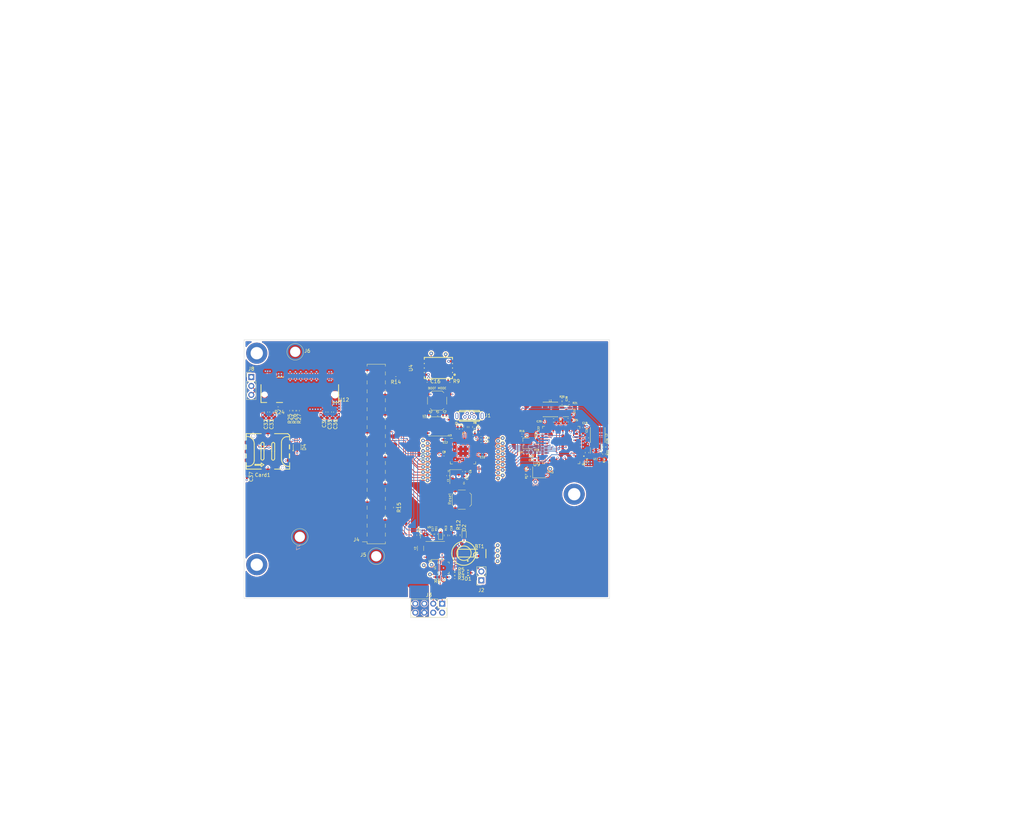
<source format=kicad_pcb>
(kicad_pcb (version 20221018) (generator pcbnew)
  (layers (0 "F.Cu" signal) (1 "In1.Cu" signal) (2 "In2.Cu" signal) (31 "B.Cu" signal) (34 "B.Paste" user) (35 "F.Paste" user) (36 "B.SilkS" user "B.Silkscreen") (37 "F.SilkS" user "F.Silkscreen") (38 "B.Mask" user) (39 "F.Mask" user) (44 "Edge.Cuts" user))
  (net 0 "")
  (net 1 "GND")
  (net 2 "+3V3")
  (net 3 "+1V1")
  (net 4 "+1V2")
  (net 5 "+3V0")
  (net 6 "+2V8")
  (net 7 "LEPTON_RESET_L")
  (net 8 "/Lepton/FB_3V0")
  (net 9 "/Lepton/FB_1V2")
  (net 10 "LED_G")
  (net 11 "LED_R")
  (net 12 "LED_B")
  (net 13 "BATT_SENSE")
  (net 14 "5V_EN")
  (net 15 "+5V")
  (net 16 "SDA")
  (net 17 "SCL")
  (net 18 "ATtiny_RESET_UPDI")
  (net 20 "4G_USB_D+")
  (net 21 "4G_USB_D-")
  (net 22 "/Lepton/SW_3V0")
  (net 23 "/Lepton/SW_1V2")
  (net 24 "QSPI_SS")
  (net 25 "LEPTON_SPI_MISO")
  (net 26 "LEPTON_CLK_EN")
  (net 27 "LEPTON_PWR_DWN_L")
  (net 28 "~{W_DISABLE1}")
  (net 29 "/RUN")
  (net 30 "LEPTON_SPI_CS")
  (net 31 "LEPTON_SPI_SCLK")
  (net 32 "LEPTON_SPI_MOSI")
  (net 33 "LEPTON_I2C_SDA")
  (net 34 "LEPTON_I2C_SCL")
  (net 35 "LEPTON_VSYNC")
  (net 36 "MEM_SPI_MISO")
  (net 37 "Net-(C18-Pad1)")
  (net 38 "MEM_SPI_SCLK")
  (net 39 "MEM_SPI_MOSI")
  (net 40 "RPI_SPI_MOSI")
  (net 41 "RPI_SPI_CS")
  (net 42 "RPI_SPI_SCLK")
  (net 43 "RPI_SPI_MISO")
  (net 44 "QSPI_SD1")
  (net 45 "QSPI_SD2")
  (net 46 "QSPI_SD0")
  (net 47 "QSPI_SCLK")
  (net 48 "QSPI_SD3")
  (net 49 "LEPTON_POWER_EN")
  (net 50 "4G_POWER_ON")
  (net 51 "SW_CLK")
  (net 52 "SWD")
  (net 53 "Net-(C37-Pad2)")
  (net 54 "MEM_SPI_~{CS}")
  (net 55 "Net-(TP4-Pad1)")
  (net 56 "Net-(TP40-Pad1)")
  (net 57 "Net-(TP41-Pad1)")
  (net 60 "Net-(U6-Pad1)")
  (net 61 "Net-(Card1-PadC2)")
  (net 62 "Net-(Card1-PadC3)")
  (net 64 "Net-(Card1-PadC7)")
  (net 66 "Net-(R26-Pad1)")
  (net 67 "Net-(R27-Pad1)")
  (net 68 "Net-(U6-Pad2)")
  (net 113 "Net-(R3-Pad1)")
  (net 114 "Net-(R4-Pad1)")
  (net 115 "Net-(R5-Pad1)")
  (net 116 "~{RTC_INT}")
  (net 117 "Net-(BT1-Pad1)")
  (net 123 "/USB_D-")
  (net 124 "/USB_D+")
  (net 125 "Net-(C3-Pad2)")
  (net 126 "Net-(C4-Pad2)")
  (net 127 "Net-(R8-Pad2)")
  (net 129 "Net-(D2-Pad1)")
  (net 130 "RTC_BT_SENSE")
  (net 135 "Net-(R1-Pad2)")
  (net 136 "LEPTON_MASTER_CLK")
  (net 137 "TOUCH_SENSOR")
  (net 138 "Net-(J4-Pad38)")
  (net 154 "Net-(J4-Pad8)")
  (net 157 "Net-(R7-Pad2)")
  (net 158 "Net-(R16-Pad2)")
  (net 159 "Net-(R25-Pad1)")
  (net 161 "Net-(TP37-Pad1)")
  (net 162 "Net-(TP38-Pad1)")
  (net 163 "Net-(TP39-Pad1)")
  (net 166 "Net-(TP1-Pad1)")
  (net 167 "Net-(TP2-Pad1)")
  (net 168 "Net-(TP3-Pad1)")
  (net 169 "Net-(TP5-Pad1)")
  (net 170 "Net-(TP6-Pad1)")
  (net 171 "Net-(TP7-Pad1)")
  (net 172 "Net-(TP10-Pad1)")
  (net 173 "Net-(TP11-Pad1)")
  (net 174 "Net-(TP12-Pad1)")
  (net 175 "Net-(TP13-Pad1)")
  (net 176 "Net-(TP14-Pad1)")
  (net 177 "Net-(TP26-Pad1)")
  (net 181 "RPI_PING")
  (footprint "cacophony-library:TP" (layer "F.Cu") (at 128.715 108.5725)
    (fp_text reference "TP29" hide)
    (fp_text value "TestPoint" hide)
  )
  (footprint "Resistor_SMD:R_0402_1005Metric" (layer "F.Cu") (at 104.77 128.6 -90)
    (fp_text reference "R10")
    (fp_text value "10k")
  )
  (footprint "Resistor_SMD:R_0402_1005Metric" (layer "F.Cu") (at 69.7 93.31 -90)
    (fp_text reference "R26")
    (fp_text value "22ohm")
  )
  (footprint "Button_Switch_SMD:SW_SPST_SKQG_WithStem" (layer "F.Cu") (at 110.125 90.465)
    (fp_text reference "SW1" hide)
    (fp_text value "USB_BOOT")
  )
  (footprint "Capacitor_SMD:C_0402_1005Metric" (layer "F.Cu") (at 112.4425 101.5525 180)
    (fp_text reference "C12")
    (fp_text value "100n")
  )
  (footprint "cacophony-library:TP" (layer "F.Cu") (at 106.14 106.2475)
    (fp_text reference "TP16" hide)
    (fp_text value "TestPoint" hide)
  )
  (footprint "cacophony-library:Mouning_Hole_M3" (layer "F.Cu") (at 149 117 180)
    (fp_text reference "H2" hide)
    (fp_text value "MountingHole")
  )
  (footprint "Capacitor_SMD:C_0603_1608Metric" (layer "F.Cu") (at 63.2 93.7 -90)
    (fp_text reference "C33")
    (fp_text value "22uF")
  )
  (footprint "Capacitor_SMD:C_0402_1005Metric" (layer "F.Cu") (at 138.9 100.1 90)
    (fp_text reference "C22")
    (fp_text value "220nF")
  )
  (footprint "Resistor_SMD:R_0402_1005Metric" (layer "F.Cu") (at 70.7 93.3 -90)
    (fp_text reference "R27")
    (fp_text value "22ohm")
  )
  (footprint "Resistor_SMD:R_0603_1608Metric" (layer "F.Cu") (at 118.165 97.945 -90)
    (fp_text reference "R7")
    (fp_text value "27R")
  )
  (footprint "Capacitor_SMD:C_0402_1005Metric" (layer "F.Cu") (at 158.453498 103.6125 -90)
    (fp_text reference "C29")
    (fp_text value "22pF")
  )
  (footprint "Capacitor_SMD:C_0402_1005Metric" (layer "F.Cu") (at 107.3 84.9)
    (fp_text reference "C16")
    (fp_text value "100n")
  )
  (footprint "Resistor_SMD:R_0402_1005Metric" (layer "F.Cu") (at 115.125 140.575)
    (fp_text reference "R3")
    (fp_text value "180R")
  )
  (footprint "Capacitor_SMD:C_0402_1005Metric" (layer "F.Cu") (at 122.585 101.01)
    (fp_text reference "C15")
    (fp_text value "100n")
  )
  (footprint "Resistor_SMD:R_0402_1005Metric" (layer "F.Cu") (at 136.223498 111.945 90)
    (fp_text reference "R17")
    (fp_text value "100k")
  )
  (footprint "cacophony-library:TP" (layer "F.Cu") (at 108.55 137)
    (fp_text reference "TP1" hide)
    (fp_text value "TestPoint" hide)
  )
  (footprint "Resistor_SMD:R_0402_1005Metric" (layer "F.Cu") (at 110.295 94.385)
    (fp_text reference "R1")
    (fp_text value "1K")
  )
  (footprint "cacophony-library:TP" (layer "F.Cu") (at 107.44 107.0475)
    (fp_text reference "TP17" hide)
    (fp_text value "TestPoint" hide)
  )
  (footprint "Capacitor_SMD:C_0603_1608Metric" (layer "F.Cu") (at 81.3 93.7 -90)
    (fp_text reference "C36")
    (fp_text value "22uF")
  )
  (footprint "cacophony-library:TP" (layer "F.Cu") (at 112.55 77.3)
    (fp_text reference "TP40" hide)
    (fp_text value "TestPoint" hide)
  )
  (footprint "cacophony-library:TP" (layer "F.Cu") (at 128.715 104.0725)
    (fp_text reference "TP35" hide)
    (fp_text value "TestPoint" hide)
  )
  (footprint "Resistor_SMD:R_0402_1005Metric" (layer "F.Cu") (at 138.419998 105.35)
    (fp_text reference "R18")
    (fp_text value "100k")
  )
  (footprint "cacophony-library:SMD_BD4.4-L4.4-D2.8" (layer "F.Cu") (at 92.875 134.6)
    (fp_text reference "J5")
    (fp_text value "Screw_Terminal_01x01")
  )
  (footprint "Capacitor_SMD:C_0402_1005Metric" (layer "F.Cu") (at 115.975 98.515 90)
    (fp_text reference "C5")
    (fp_text value "100n")
  )
  (footprint "Resistor_SMD:R_0402_1005Metric" (layer "F.Cu") (at 65.05 92.6 180)
    (fp_text reference "R24")
    (fp_text value "100k")
  )
  (footprint "Capacitor_SMD:C_0402_1005Metric" (layer "F.Cu") (at 145.553498 91.15)
    (fp_text reference "C28")
    (fp_text value "22pF")
  )
  (footprint "Crystal:Crystal_SMD_3225-4Pin_3.2x2.5mm" (layer "F.Cu") (at 115.405 112.035 -90)
    (fp_text reference "Y1")
    (fp_text value "Crystal_GND24")
  )
  (footprint "cacophony-library:TP" (layer "F.Cu") (at 108.1 139.75)
    (fp_text reference "TP3" hide)
    (fp_text value "TestPoint" hide)
  )
  (footprint "cacophony-library:TP" (layer "F.Cu") (at 128.715 110.1225)
    (fp_text reference "TP27" hide)
    (fp_text value "TestPoint" hide)
  )
  (footprint "Capacitor_SMD:C_0402_1005Metric" (layer "F.Cu") (at 56.2 111.85 90)
    (fp_text reference "C37")
    (fp_text value "220nF")
  )
  (footprint "Sensor_Humidity:Sensirion_DFN-8-1EP_2.5x2.5mm_P0.5mm_EP1.1x1.7mm" (layer "F.Cu") (at 106.82 128.4 90)
    (fp_text reference "U5")
    (fp_text value "SHT30-DIS")
  )
  (footprint "cacophony-library:TP" (layer "F.Cu") (at 106.14 103.2475)
    (fp_text reference "TP12" hide)
    (fp_text value "TestPoint" hide)
  )
  (footprint "cacophony-library:TP" (layer "F.Cu") (at 127.3 134.5)
    (fp_text reference "TP6" hide)
    (fp_text value "TestPoint" hide)
  )
  (footprint "Capacitor_SMD:C_0402_1005Metric" (layer "F.Cu") (at 138.419998 107.35 180)
    (fp_text reference "C27")
    (fp_text value "220nF")
  )
  (footprint "cacophony-footprints:RPi_2_W_SMD" (layer "F.Cu") (at 92.875 105.6 180)
    (fp_text reference "J4")
    (fp_text value "Raspberry_Pi_2_3" hide)
  )
  (footprint "cacophony-footprints:CAP-SMD_FL11E" (layer "F.Cu") (at 122.765 133.775)
    (fp_text reference "BT1")
    (fp_text value "Battery_Cell")
  )
  (footprint "cacophony-library:LED-SMD_6PIN-L1.60-W1.50-BL-RD" (layer "F.Cu") (at 118.9 139.3 180)
    (fp_text reference "D1")
    (fp_text value "LED_RGB")
  )
  (footprint "Capacitor_SMD:C_0603_1608Metric" (layer "F.Cu") (at 152.553498 101.0125 -90)
    (fp_text reference "C31")
    (fp_text value "10uF")
  )
  (footprint "cacophony-library:TP" (layer "F.Cu") (at 106.14 110.7475 -90)
    (fp_text reference "TP22" hide)
    (fp_text value "TestPoint" hide)
  )
  (footprint "Oscillator:Oscillator_SMD_Abracon_ASE-4Pin_3.2x2.5mm" (layer "F.Cu") (at 139.123498 110.77)
    (fp_text reference "U9")
    (fp_text value "3N25000G33YC")
  )
  (footprint "Resistor_SMD:R_0402_1005Metric" (layer "F.Cu") (at 145.553498 90.15)
    (fp_text reference "R20")
    (fp_text value "390k")
  )
  (footprint "cacophony-library:TP" (layer "F.Cu") (at 127.415 109.3725)
    (fp_text reference "TP28" hide)
    (fp_text value "TestPoint" hide)
  )
  (footprint "Capacitor_SMD:C_0402_1005Metric" (layer "F.Cu") (at 116.935 98.515 90)
    (fp_text reference "C14")
    (fp_text value "100n")
  )
  (footprint "Resistor_SMD:R_0402_1005Metric" (layer "F.Cu") (at 115.125 139.6)
    (fp_text reference "R4")
    (fp_text value "180R")
  )
  (footprint "Capacitor_SMD:C_0402_1005Metric" (layer "F.Cu") (at 140.7 96.05 180)
    (fp_text reference "C20")
    (fp_text value "220nF")
  )
  (footprint "cacophony-footprints:M.2" (layer "F.Cu") (at 71.2 87.3125)
    (fp_text reference "U12")
    (fp_text value "SIM7600G-H-M.2")
  )
  (footprint "cacophony-library:TP" (layer "F.Cu") (at 128.715 105.5725)
    (fp_text reference "TP33" hide)
    (fp_text value "TestPoint" hide)
  )
  (footprint "Capacitor_SMD:C_0603_1608Metric" (layer "F.Cu") (at 147.253498 96 180)
    (fp_text reference "C25")
    (fp_text value "10uF")
  )
  (footprint "Capacitor_SMD:C_0402_1005Metric" (layer "F.Cu") (at 117.685 112.425 -90)
    (fp_text reference "C4")
    (fp_text value "12pF")
  )
  (footprint "cacophony-library:TP" (layer "F.Cu") (at 106.14 112.2975 -90)
    (fp_text reference "TP24" hide)
    (fp_text value "TestPoint" hide)
  )
  (footprint "cacophony-library:TP" (layer "F.Cu") (at 127.3 131.475)
    (fp_text reference "TP4" hide)
    (fp_text value "TestPoint" hide)
  )
  (footprint "Package_SO:SOIC-8_5.23x5.23mm_P1.27mm" (layer "F.Cu") (at 110.485 97.765)
    (fp_text reference "U2")
    (fp_text value "W25Q128JVS")
  )
  (footprint "cacophony-library:TP" (layer "F.Cu") (at 106.14 109.2475)
    (fp_text reference "TP20" hide)
    (fp_text value "TestPoint" hide)
  )
  (footprint "Capacitor_SMD:C_0402_1005Metric" (layer "F.Cu") (at 151.725215 98.08889 90)
    (fp_text reference "C19")
    (fp_text value "220nF")
  )
  (footprint "cacophony-library:TP" (layer "F.Cu") (at 127.415 107.8725)
    (fp_text reference "TP30" hide)
    (fp_text value "TestPoint" hide)
  )
  (footprint "Capacitor_SMD:C_0402_1005Metric" (layer "F.Cu") (at 112.085 105.81 180)
    (fp_text reference "C8")
    (fp_text value "100n")
  )
  (footprint "Connector_PinSocket_2.54mm:PinSocket_1x02_P2.54mm_Vertical" (layer "F.Cu") (at 122.675 141.45 180)
    (fp_text reference "J2")
    (fp_text value "Conn_01x02")
  )
  (footprint "Resistor_SMD:R_0603_1608Metric" (layer "F.Cu") (at 112.645 128.675 -90)
    (fp_text reference "R13")
    (fp_text value "620R")
  )
  (footprint "Resistor_SMD:R_0402_1005Metric" (layer "F.Cu") (at 157.453498 105.6125 -90)
    (fp_text reference "R23")
    (fp_text value "100k")
  )
  (footprint "Resistor_SMD:R_0402_1005Metric" (layer "F.Cu") (at 138.419998 106.35)
    (fp_text reference "R19")
    (fp_text value "100k")
  )
  (footprint "cacophony-footprints:SOT-363_L2.0-W1.3-P0.65-LS2.1-TL" (layer "F.Cu") (at 70.45 103.65 90)
    (fp_text reference "D4")
    (fp_text value "SMF05CT1G")
  )
  (footprint "cacophony-library:TP" (layer "F.Cu") (at 107.44 105.5475)
    (fp_text reference "TP15" hide)
    (fp_text value "TestPoint" hide)
  )
  (footprint "cacophony-library:Mouning_Hole_M3" (layer "F.Cu") (at 59 137 180)
    (fp_text reference "H3" hide)
    (fp_text value "MountingHole")
  )
  (footprint "Resistor_SMD:R_0603_1608Metric" (layer "F.Cu") (at 119.665 97.945 -90)
    (fp_text reference "R8")
    (fp_text value "27R")
  )
  (footprint "Resistor_SMD:R_0402_1005Metric" (layer "F.Cu") (at 110.225 140.5 180)
    (fp_text reference "R6")
    (fp_text value "100k")
  )
  (footprint "cacophony-library:TP" (layer "F.Cu") (at 127.415 106.3725)
    (fp_text reference "TP32" hide)
    (fp_text value "TestPoint" hide)
  )
  (footprint "cacophony-library:TP" (layer "F.Cu") (at 106.14 104.7475)
    (fp_text reference "TP14" hide)
    (fp_text value "TestPoint" hide)
  )
  (footprint "cacophony-library:TP" (layer "F.Cu") (at 106.14 107.7475)
    (fp_text reference "TP18" hide)
    (fp_text value "TestPoint" hide)
  )
  (footprint "cacophony-library:TP" (layer "F.Cu") (at 107.44 110.0475)
    (fp_text reference "TP21" hide)
    (fp_text value "TestPoint" hide)
  )
  (footprint "cacophony-library:power-pcb" (layer "F.Cu") (at 111.575 148.05 -90)
    (fp_text reference "J3")
    (fp_text value "Conn_02x04_Odd_Even")
  )
  (footprint "cacophony-library:TP" (layer "F.Cu") (at 108.45 77.05)
    (fp_text reference "TP41" hide)
    (fp_text value "TestPoint" hide)
  )
  (footprint "cacophony-footprints:SIM-Nano" (layer "F.Cu") (at 62.15 104.85 -90)
    (fp_text reference "Card1")
    (fp_text value "SIM-Nano")
  )
  (footprint "Diode_SMD:D_SOD-523" (layer "F.Cu") (at 117.775 128.65 -90)
    (fp_text reference "D2")
    (fp_text value "D")
  )
  (footprint "cacophony-library:TP" (layer "F.Cu") (at 127.415 103.3725)
    (fp_text reference "TP36" hide)
    (fp_text value "TestPoint" hide)
  )
  (footprint "cacophony-footprints:MOLEX_105028-1001" (layer "F.Cu") (at 145.319998 103.05 180)
    (fp_text reference "U8")
    (fp_text value "Flir_LEPTON")
  )
  (footprint "cacophony-library:TP" (layer "F.Cu") (at 128.715 101.0725)
    (fp_text reference "TP39" hide)
    (fp_text value "TestPoint" hide)
  )
  (footprint "cacophony-library:TP" (layer "F.Cu") (at 106.14 101.7725)
    (fp_text reference "TP10" hide)
    (fp_text value "TestPoint" hide)
  )
  (footprint "Resistor_SMD:R_0402_1005Metric" (layer "F.Cu") (at 108.295 94.385)
    (fp_text reference "R2")
    (fp_text value "DNF")
  )
  (footprint "Diode_SMD:D_SOD-523" (layer "F.Cu") (at 111.12 128.65 90)
    (fp_text reference "D3")
    (fp_text value "D")
  )
  (footprint "Capacitor_SMD:C_0603_1608Metric" (layer "F.Cu") (at 135.903498 105.1)
    (fp_text reference "C21")
    (fp_text value "10uF")
  )
  (footprint "Capacitor_SMD:C_0402_1005Metric" (layer "F.Cu") (at 136.223498 109.945 90)
    (fp_text reference "C24")
    (fp_text value "220nF")
  )
  (footprint "Capacitor_SMD:C_0402_1005Metric" (layer "F.Cu") (at 113.19 111.745 90)
    (fp_text reference "C3")
    (fp_text value "12pF")
  )
  (footprint "cacophony-library:TP" (layer "F.Cu") (at 127.415 101.8725)
    (fp_text reference "TP38" hide)
    (fp_text value "TestPoint" hide)
  )
  (footprint "Resistor_SMD:R_0402_1005Metric" (layer "F.Cu") (at 147.553498 91.15)
    (fp_text reference "R21")
    (fp_text value "100k")
  )
  (footprint "Capacitor_SMD:C_0402_1005Metric" (layer "F.Cu") (at 118.635 110.555 -90)
    (fp_text reference "C6")
    (fp_text value "100n")
  )
  (footprint "cacophony-library:TP" (layer "F.Cu") (at 107.44 104.0475)
    (fp_text reference "TP13" hide)
    (fp_text value "TestPoint" hide)
  )
  (footprint "cacophony-library:TP" (layer "F.Cu") (at 106.325 137.125)
    (fp_text reference "TP2" hide)
    (fp_text value "TestPoint" hide)
  )
  (footprint "Capacitor_SMD:C_0402_1005Metric" (layer "F.Cu") (at 112.445 140.525)
    (fp_text reference "C1")
    (fp_text value "220nF")
  )
  (footprint "Resistor_SMD:R_0402_1005Metric" (layer "F.Cu") (at 157.453498 103.6125 90)
    (fp_text reference "R22")
    (fp_text value "100k")
  )
  (footprint "Resistor_SMD:R_0402_1005Metric" (layer "F.Cu") (at 134.174998 100.275)
    (fp_text reference "R16")
    (fp_text value "22ohm")
  )
  (footprint "Capacitor_SMD:C_0603_1608Metric" (layer "F.Cu") (at 78.1 93.7 -90)
    (fp_text reference "C34")
    (fp_text value "22uF")
  )
  (footprint "cacophony-library:TP" (layer "F.Cu") (at 107.44 108.5475)
    (fp_text reference "TP19" hide)
    (fp_text value "TestPoint" hide)
  )
  (footprint "Capacitor_SMD:C_0402_1005Metric" (layer "F.Cu") (at 121.785 99.51 90)
    (fp_text reference "C9")
    (fp_text value "1u")
  )
  (footprint "cacophony-library:SMD_BD4.4-L4.4-D2.8" (layer "F.Cu") (at 71.2 129.1 -90)
    (fp_text reference "J7")
    (fp_text value "Screw_Terminal_01x01")
  )
  (footprint "Capacitor_SMD:C_0402_1005Metric" (layer "F.Cu") (at 122.585 102.01)
    (fp_text reference "C11")
    (fp_text value "100n")
  )
  (footprint "Package_TO_SOT_SMD:TSOT-23-5" (layer "F.Cu") (at 146.653498 93.45)
    (fp_text reference "U10")
    (fp_text value "TD6810")
  )
  (footprint "Resistor_SMD:R_0402_1005Metric" (layer "F.Cu") (at 98.425 84.025 180)
    (fp_text reference "R14")
    (fp_text value "22ohm")
  )
  (footprint "Resistor_SMD:R_0402_1005Metric" (layer "F.Cu") (at 68.7 93.3 -90)
    (fp_text reference "R25")
    (fp_text value "22ohm")
  )
  (footprint "cacophony-library:U-PDFN-8_L6.0-W8.0-P1.27-BL" (layer "F.Cu") (at 110.4975 81.2 90)
    (fp_text reference "U4")
    (fp_text value "MT29F2G01ABAGDWB-IT")
  )
  (footprint "Package_DFN_QFN:VQFN-20-1EP_3x3mm_P0.4mm_EP1.7x1.7mm" (layer "F.Cu") (at 111.945 137.875 90)
    (fp_text reference "U1")
    (fp_text value "ATtiny1616-M")
  )
  (footprint "cacophony-library:TP" (layer "F.Cu") (at 107.44 113.0725 -90)
    (fp_text reference "TP25" hide)
    (fp_text value "TestPoint" hide)
  )
  (footprint "cacophony-library:TP" (layer "F.Cu") (at 142.200215 109.81389 180)
    (fp_text reference "TP43")
    (fp_text value "TestPoint" hide)
  )
  (footprint "Package_TO_SOT_SMD:TSOT-23-5" (layer "F.Cu") (at 155.153498 104.6125 -90)
    (fp_text reference "U11")
    (fp_text value "TD6810")
  )
  (footprint "Capacitor_SMD:C_0603_1608Metric" (layer "F.Cu") (at 79.7 93.7 -90)
    (fp_text reference "C35")
    (fp_text value "22uF")
  )
  (footprint "Capacitor_SMD:C_0402_1005Metric" (layer "F.Cu") (at 120.355 99.925)
    (fp_text reference "C7")
    (fp_text value "1u")
  )
  (footprint "cacophony-library:TP" (layer "F.Cu") (at 127.415 112.4975)
    (fp_text reference "TP8" hide)
    (fp_text value "TestPoint" hide)
  )
  (footprint "cacophony-library:TP" (layer "F.Cu") (at 127.415 104.8725)
    (fp_text reference "TP34" hide)
    (fp_text value "TestPoint" hide)
  )
  (footprint "Capacitor_SMD:C_0603_1608Metric" (layer "F.Cu") (at 114.17 128.7 90)
    (fp_text reference "C18")
    (fp_text value "10uF")
  )
  (footprint "Capacitor_SMD:C_0603_1608Metric" (layer "F.Cu") (at 138.403498 102.6 -90)
    (fp_text reference "C23")
    (fp_text value "10uF")
  )
  (footprint "cacophony-library:Mouning_Hole_M3" (layer "F.Cu") (at 59 77 180)
    (fp_text reference "H1" hide)
    (fp_text value "MountingHole")
  )
  (footprint "Resistor_SMD:R_0603_1608Metric" (layer "F.Cu") (at 116.125 128.625 -90)
    (fp_text reference "R12")
    (fp_text value "620R")
  )
  (footprint "cacophony-library:TP" (layer "F.Cu") (at 128.715 111.6725)
    (fp_text reference "TP9" hide)
    (fp_text value "TestPoint" hide)
  )
  (footprint "cacophony-footprints:RP2040-QFN-56" (layer "F.Cu") (at 117.485 104.81)
    (fp_text reference "U3")
    (fp_text value "RP2040")
  )
  (footprint "Capacitor_SMD:C_0402_1005Metric" (layer "F.Cu") (at 122.985 105.81)
    (fp_text reference "C10")
    (fp_text value "100n")
  )
  (footprint "cacophony-library:IND-SMD_L4.0-W4.0_SWPA4018S" (layer "F.Cu") (at 142.253498 92.95)
    (fp_text reference "L1")
    (fp_text value "4.7uH")
  )
  (footprint "cacophony-library:TP" (layer "F.Cu") (at 107.44 111.5725 -90)
    (fp_text reference "TP23" hide)
    (fp_text value "TestPoint" hide)
  )
  (footprint "Resistor_SMD:R_0402_1005Metric" (layer "F.Cu") (at 109.87 128.35 -90)
    (fp_text reference "R11")
    (fp_text value "10k")
  )
  (footprint "Resistor_SMD:R_0402_1005Metric" (layer "F.Cu") (at 113.75 84.9 180)
    (fp_text reference "R9")
    (fp_text value "100k")
  )
  (footprint "cacophony-library:TP" (layer "F.Cu") (at 128.715 107.0725)
    (fp_text reference "TP31" hide)
    (fp_text value "TestPoint" hide)
  )
  (footprint "Capacitor_SMD:C_0402_1005Metric" (layer "F.Cu") (at 108.87 128.35 90)
    (fp_text reference "C17")
    (fp_text value "220nF")
  )
  (footprint "Capacitor_SMD:C_0603_1608Metric" (layer "F.Cu") (at 61.6 93.7 -90)
    (fp_text reference "C32")
    (fp_text value "22uF")
  )
  (footprint "Package_SO:SOIC-8_3.9x4.9mm_P1.27mm" (layer "F.Cu") (at 110.345 132.975)
    (fp_text reference "U6")
    (fp_text value "PCF8563T")
  )
  (footprint "Capacitor_SMD:C_0603_1608Metric" (layer "F.Cu") (at 143.153498 96.05)
    (fp_text reference "C30")
    (fp_text value "10uF")
  )
  (footprint "cacophony-library:TP" (layer "F.Cu") (at 127.3 133)
    (fp_text reference "TP5" hide)
    (fp_text value "TestPoint" hide)
  )
  (footprint "Package_TO_SOT_SMD:TSOT-23" (layer "F.Cu") (at 135.403498 102.6 180)
    (fp_text reference "U7")
    (fp_text value "ME6216A28XG")
  )
  (footprint "Resistor_SMD:R_0402_1005Metric" (layer "F.Cu") (at 98.15 120.775 -90)
    (fp_text reference "R15")
    (fp_text value "1k")
  )
  (footprint "Capacitor_SMD:C_0402_1005Metric" (layer "F.Cu") (at 117.685 110.555 -90)
    (fp_text reference "C13")
    (fp_text value "100n")
  )
  (footprint "cacophony-library:IND-SMD_L4.0-W4.0_SWPA4018S" (layer "F.Cu") (at 155.653498 100.2125 -90)
    (fp_text reference "L2")
    (fp_text value "4.7uH")
  )
  (footprint "cacophony-library:TP" (layer "F.Cu") (at 128.715 102.5725)
    (fp_text reference "TP37" hide)
    (fp_text value "TestPoint" hide)
  )
  (footprint "cacophony-library:TP" (layer "F.Cu") (at 127.3 136)
    (fp_text reference "TP7" hide)
    (fp_text value "TestPoint" hide)
  )
  (footprint "cacophony-library:TP" (layer "F.Cu") (at 127.415 110.9225)
    (fp_text reference "TP26" hide)
    (fp_text value "TestPoint" hide)
  )
  (footprint "Crystal:Crystal_SMD_3215-2Pin_3.2x1.5mm" (layer "F.Cu") (at 105.426 132.356 -90)
    (fp_text reference "Y2")
    (fp_text value "Crystal")
  )
  (footprint "cacophony-library:TP" (layer "F.Cu") (at 107.44 102.5475)
    (fp_text reference "TP11" hide)
    (fp_text value "TestPoint" hide)
  )
  (footprint "Capacitor_SMD:C_0603_1608Metric" (layer "F.Cu") (at 152.628498 105.2125 90)
    (fp_text reference "C26")
    (fp_text value "10uF")
  )
  (footprint "Button_Switch_SMD:SW_SPST_SKQG_WithStem" (layer "F.Cu") (at 117.14 118.5475 90)
    (fp_text reference "SW2" hide)
    (fp_text value "RESET")
  )
  (footprint "cacophony-library:SMD_BD4.4-L4.4-D2.8" (layer "F.Cu") (at 69.9 76.6)
    (fp_text reference "J6")
    (fp_text value "Screw_Terminal_01x01")
  )
  (footprint "cacophony-footprints:MICRO-USB-TH_MICRO-USB-A14" (layer "F.Cu") (at 119.315 94.5725 180)
    (fp_text reference "J1")
    (fp_text value "USB_B_Micro")
  )
  (footprint "Connector_PinHeader_2.54mm:PinHeader_1x03_P2.54mm_Vertical" (layer "F.Cu") (at 57.45 83.75)
    (fp_text reference "J8")
    (fp_text value "Conn_01x03")
  )
  (footprint "Capacitor_SMD:C_0402_1005Metric" (layer "F.Cu") (at 112.295 94.385 180)
    (fp_text reference "C2")
    (fp_text value "100n")
  )
  (footprint "Resistor_SMD:R_0402_1005Metric" (layer "F.Cu") (at 115.125 138.625)
    (fp_text reference "R5")
    (fp_text value "180R")
  )
  (footprint "cacophony-library:TP" (layer "B.Cu") (at 138 113.45)
    (fp_text reference "TP42")
    (fp_text value "TestPoint" hide)
  )
  (gr_line (start 102.6 146.6) (end 102.6 152) (stroke (width 0.1)) (layer "Edge.Cuts"))
  (gr_line (start 55.4 146.6) (end 102.6 146.6) (stroke (width 0.1)) (layer "Edge.Cuts"))
  (gr_line (start 159 73.2) (end 55.4 73.2) (stroke (width 0.1)) (layer "Edge.Cuts"))
  (gr_line (start 55.4 73.2) (end 55.4 146.6) (stroke (width 0.1)) (layer "Edge.Cuts"))
  (gr_line (start 113 152) (end 113 146.6) (stroke (width 0.1)) (layer "Edge.Cuts"))
  (gr_line (start 113 146.6) (end 159 146.6) (stroke (width 0.1)) (layer "Edge.Cuts"))
  (gr_line (start 102.6 152) (end 113 152) (stroke (width 0.1)) (layer "Edge.Cuts"))
  (gr_line (start 159 146.6) (end 159 73.2) (stroke (width 0.1)) (layer "Edge.Cuts"))
  (gr_text "Reset" (at 113.715 118.3725 90) (layer "F.SilkS") (effects (font (size 0.8 0.8) (thickness 0.1))))
  (gr_text "BOOT MODE" (at 110.15 86.94) (layer "F.SilkS") (effects (font (size 0.6 0.6) (thickness 0.1))))
  (segment (start 107.78 84.9) (end 107.78 84.03) (width 0.25) (layer "F.Cu") (net 1))
  (segment (start 113.225 88.615) (end 114.475 88.615) (width 0.127) (layer "F.Cu") (net 1))
  (segment (start 108.095 128.4) (end 106.82 128.4) (width 0.2) (layer "F.Cu") (net 1))
  (segment (start 123.065 102.01) (end 123.885 102.01) (width 0.2) (layer "F.Cu") (net 1))
  (segment (start 137.939998 107.35) (end 137.403498 107.35) (width 0.2) (layer "F.Cu") (net 1))
  (segment (start 141.509388 102.6) (end 141.009998 102.6) (width 0.15) (layer "F.Cu") (net 1))
  (segment (start 114.555 113.135) (end 114.555 112.265) (width 0.2) (layer "F.Cu") (net 1))
  (segment (start 137.828498 103.375) (end 137.653498 103.55) (width 0.3) (layer "F.Cu") (net 1))
  (segment (start 140.223498 111.65) (end 141.403498 111.65) (width 0.3) (layer "F.Cu") (net 1))
  (segment (start 121.41 134.535) (end 121.4 134.525) (width 0.2) (layer "F.Cu") (net 1))
  (segment (start 117.685 111.945) (end 118.235 111.945) (width 0.2) (layer "F.Cu") (net 1))
  (segment (start 106.885 99.67) (end 107.91 99.67) (width 0.2) (layer "F.Cu") (net 1))
  (segment (start 138.403498 103.375) (end 137.828498 103.375) (width 0.3) (layer "F.Cu") (net 1))
  (segment (start 146.669998 107.36) (end 146.669998 106.954368) (width 0.15) (layer "F.Cu") (net 1))
  (segment (start 107.78 84.03) (end 107.75 84) (width 0.25) (layer "F.Cu") (net 1))
  (segment (start 68.12 107.39) (end 67.31 107.39) (width 0.2) (layer "F.Cu") (net 1))
  (segment (start 107.91 99.67) (end 107.915 99.665) (width 0.2) (layer "F.Cu") (net 1))
  (segment (start 138.32 99.62) (end 138.3 99.6) (width 0.2) (layer "F.Cu") (net 1))
  (segment (start 95.395 94.17) (end 95.395 94.895) (width 0.2) (layer "F.Cu") (net 1))
  (segment (start 149.629998 106.2) (end 149.203498 106.2) (width 0.15) (layer "F.Cu") (net 1))
  (segment (start 119.6 139.3) (end 120.125 139.3) (width 0.2) (layer "F.Cu") (net 1))
  (segment (start 111.945 139.325) (end 111.945 137.925) (width 0.2) (layer "F.Cu") (net 1))
  (segment (start 116.485 107.595) (end 116.495 107.585) (width 0.2) (layer "F.Cu") (net 1))
  (segment (start 90.355 82.22) (end 90.35 82.225) (width 0.2) (layer "F.Cu") (net 1))
  (segment (start 136.678498 106.025) (end 136.653498 106.05) (width 0.3) (layer "F.Cu") (net 1))
  (segment (start 111.815 94.385) (end 111.815 94.915) (width 0.2) (layer "F.Cu") (net 1))
  (segment (start 143.103498 99.4) (end 143.103498 98.7735) (width 0.15) (layer "F.Cu") (net 1))
  (segment (start 114.555 112.435) (end 114.555 113.135) (width 0.2) (layer "F.Cu") (net 1))
  (segment (start 114.555 112.265) (end 114.625 112.195) (width 0.2) (layer "F.Cu") (net 1))
  (segment (start 141.943498 107.36) (end 141.653498 107.65) (width 0.15) (layer "F.Cu") (net 1))
  (segment (start 111.965 141.184063) (end 111.877657 141.271406) (width 0.2) (layer "F.Cu") (net 1))
  (segment (start 106.5 134.88) (end 106.495 134.875) (width 0.2) (layer "F.Cu") (net 1))
  (segment (start 152.4358 97.60889) (end 152.602069 97.775159) (width 0.25) (layer "F.Cu") (net 1))
  (segment (start 123.065 101.01) (end 123.885 101.01) (width 0.2) (layer "F.Cu") (net 1))
  (segment (start 118.635 111.035) (end 118.635 111.535) (width 0.2) (layer "F.Cu") (net 1))
  (segment (start 106.57 129.575) (end 106.57 128.65) (width 0.2) (layer "F.Cu") (net 1))
  (segment (start 62.15 99.46) (end 62.15 100.25) (width 0.2) (layer "F.Cu") (net 1))
  (segment (start 95.395 106.87) (end 95.395 106.13) (width 0.2) (layer "F.Cu") (net 1))
  (segment (start 143.103498 98.7735) (end 143.069998 98.74) (width 0.15) (layer "F.Cu") (net 1))
  (segment (start 106.57 128.15) (end 106.82 128.4) (width 0.2) (layer "F.Cu") (net 1))
  (segment (start 137.403498 107.35) (end 137.203498 107.15) (width 0.2) (layer "F.Cu") (net 1))
  (segment (start 117.685 111.035) (end 118.635 111.035) (width 0.2) (layer "F.Cu") (net 1))
  (segment (start 138.178498 103.375) (end 137.503498 102.7) (width 0.3) (layer "F.Cu") (net 1))
  (segment (start 136.713498 103.55) (end 136.713498 105.065) (width 0.3) (layer "F.Cu") (net 1))
  (segment (start 111.815 94.915) (end 111.825 94.925) (width 0.2) (layer "F.Cu") (net 1))
  (segment (start 142.169998 107.36) (end 141.943498 107.36) (width 0.15) (layer "F.Cu") (net 1))
  (segment (start 67.31 107.39) (end 67.25 107.45) (width 0.2) (layer "F.Cu") (net 1))
  (segment (start 147.569998 99.0165) (end 148.003498 99.45) (width 0.15) (layer "F.Cu") (net 1))
  (segment (start 116.255 110.935) (end 116.255 111.865) (width 0.2) (layer "F.Cu") (net 1))
  (segment (start 119.6 140) (end 119.6 138.6) (width 0.2) (layer "F.Cu") (net 1))
  (segment (start 95.395 114.49) (end 95.395 113.755) (width 0.2) (layer "F.Cu") (net 1))
  (segment (start 136.713498 105.065) (end 136.678498 105.1) (width 0.3) (layer "F.Cu") (net 1))
  (segment (start 151.725215 97.60889) (end 152.4358 97.60889) (width 0.25) (layer "F.Cu") (net 1))
  (segment (start 138.9 99.62) (end 138.32 99.62) (width 0.2) (layer "F.Cu") (net 1))
  (segment (start 114.345 112.225) (end 114.555 112.435) (width 0.2) (layer "F.Cu") (net 1))
  (segment (start 123.465 105.81) (end 123.97 105.81) (width 0.2) (layer "F.Cu") (net 1))
  (segment (start 90.355 118.83) (end 90.35 118.825) (width 0.2) (layer "F.Cu") (net 1))
  (segment (start 140.22 96.05) (end 140.22 96.118001) (width 0.2) (layer "F.Cu") (net 1))
  (segment (start 111.965 140.525) (end 111.965 141.184063) (width 0.2) (layer "F.Cu") (net 1))
  (segment (start 95.395 88.355) (end 95.4 88.35) (width 0.2) (layer "F.Cu") (net 1))
  (segment (start 106.57 127.225) (end 106.57 128.15) (width 0.2) (layer "F.Cu") (net 1))
  (segment (start 141.009998 100.8) (end 142.386325 100.8) (width 0.2) (layer "F.Cu") (net 1))
  (segment (start 136.223498 109.465) (end 135.788498 109.465) (width 0.2) (layer "F.Cu") (net 1))
  (segment (start 95.395 94.895) (end 95.4 94.9) (width 0.2) (layer "F.Cu") (net 1))
  (segment (start 148.469998 98.74) (end 148.469998 98.9835) (width 0.15) (layer "F.Cu") (net 1))
  (segment (start 135.788498 109.465) (end 135.453498 109.8) (width 0.2) (layer "F.Cu") (net 1))
  (segment (start 113.19 112.225) (end 114.345 112.225) (width 0.2) (layer "F.Cu") (net 1))
  (segment (start 118.635 111.535) (end 118.645 111.545) (width 0.2) (layer "F.Cu") (net 1))
  (segment (start 111.605 105.81) (end 110.785 105.81) (width 0.2) (layer "F.Cu") (net 1))
  (segment (start 107.025 88.615) (end 108.275 88.615) (width 0.127) (layer "F.Cu") (net 1))
  (segment (start 107.87 134.88) (end 106.5 134.88) (width 0.2) (layer "F.Cu") (net 1))
  (segment (start 90.355 99.25) (end 90.355 99.995) (width 0.2) (layer "F.Cu") (net 1))
  (segment (start 106.57 127.225) (end 106.07 127.225) (width 0.2) (layer "F.Cu") (net 1))
  (segment (start 108.525 128.83) (end 108.095 128.4) (width 0.2) (layer "F.Cu") (net 1))
  (segment (start 111.4575 101.5525) (end 111.455 101.555) (width 0.2) (layer "F.Cu") (net 1))
  (segment (start 143.969998 107.36) (end 143.969998 106.954915) (width 0.15) (layer "F.Cu") (net 1))
  (segment (start 148.953498 101.7) (end 149.629998 101.7) (width 0.15) (layer "F.Cu") (net 1))
  (segment (start 111.945 140.505) (end 111.965 140.525) (width 0.2) (layer "F.Cu") (net 1))
  (segment (start 108.275 88.615) (end 108.325 88.665) (width 0.127) (layer "F.Cu") (net 1))
  (segment (start 106.57 128.65) (end 106.82 128.4) (width 0.2) (layer "F.Cu") (net 1))
  (segment (start 136.678498 105.1) (end 136.678498 106.025) (width 0.3) (layer "F.Cu") (net 1))
  (segment (start 123.97 105.81) (end 123.975 105.815) (width 0.2) (layer "F.Cu") (net 1))
  (segment (start 149.629998 99.571323) (end 149.850498 99.350823) (width 0.3) (layer "F.Cu") (net 1))
  (segment (start 121.785 99.03) (end 121.785 98.21) (width 0.2) (layer "F.Cu") (net 1))
  (segment (start 146.669998 106.954368) (end 146.333451 106.617821) (width 0.15) (layer "F.Cu") (net 1))
  (segment (start 111.9625 101.5525) (end 111.4575 101.5525) (width 0.2) (layer "F.Cu") (net 1))
  (segment (start 90.355 119.57) (end 90.355 118.83) (width 0.2) (layer "F.Cu") (net 1))
  (segment (start 70.45 104.57) (end 70.45 105.45) (width 0.2) (layer "F.Cu") (net 1))
  (segment (start 90.355 81.47) (end 90.355 82.22) (width 0.2) (layer "F.Cu") (net 1))
  (segment (start 111.945 139.325) (end 111.945 140.505) (width 0.2) (layer "F.Cu") (net 1))
  (segment (start 95.395 106.13) (end 95.4 106.125) (width 0.2) (layer "F.Cu") (net 1))
  (segment (start 95.395 124.65) (end 95.395 123.93) (width 0.2) (layer "F.Cu") (net 1))
  (segment (start 141.731521 102.377867) (end 141.509388 102.6) (width 0.15) (layer "F.Cu") (net 1))
  (segment (start 117.685 111.945) (end 117.685 111.035) (width 0.2) (layer "F.Cu") (net 1))
  (segment (start 122.765 134.535) (end 121.41 134.535) (width 0.2) (layer "F.Cu") (net 1))
  (segment (start 114.3075 79.3) (end 113.4 79.3) (width 0.25) (layer "F.Cu") (net 1))
  (segment (start 108.87 128.83) (end 108.525 128.83) (width 0.2) (layer "F.Cu") (net 1))
  (segment (start 148.469998 98.9835) (end 148.003498 99.45) (width 0.15) (layer "F.Cu") (net 1))
  (segment (start 95.395 123.93) (end 95.4 123.925) (width 0.2) (layer "F.Cu") (net 1))
  (segment (start 138.403498 103.375) (end 138.178498 103.375) (width 0.3) (layer "F.Cu") (net 1))
  (segment (start 137.653498 103.55) (end 136.713498 103.55) (width 0.3) (layer "F.Cu") (net 1))
  (segment (start 142.386325 100.8) (end 142.500215 100.91389) (width 0.2) (layer "F.Cu") (net 1))
  (segment (start 116.935 98.035) (end 116.935 97.54) (width 0.2) (layer "F.Cu") (net 1))
  (segment (start 147.569998 98.74) (end 147.569998 99.0165) (width 0.15) (layer "F.Cu") (net 1))
  (segment (start 115.29 115.4475) (end 115.29 116.5725) (width 0.2) (layer "F.Cu") (net 1))
  (segment (start 149.203498 106.2) (end 148.903498 105.9) (width 0.15) (layer "F.Cu") (net 1))
  (segment (start 116.935 97.54) (end 116.95 97.525) (width 0.2) (layer "F.Cu") (net 1))
  (segment (start 90.355 99.995) (end 90.35 100) (width 0.2) (layer "F.Cu") (net 1))
  (segment (start 123.065 101.01) (end 123.065 102.01) (width 0.2) (layer "F.Cu") (net 1))
  (segment (start 115.975 98.035) (end 115.975 97.525) (width 0.2) (layer "F.Cu") (net 1))
  (segment (start 62.15 110.24) (end 62.15 109.45) (width 0.2) (layer "F.Cu") (net 1))
  (segment (start 115.29 121.6475) (end 115.29 120.5225) (width 0.2) (layer "F.Cu") (net 1))
  (segment (start 120.835 99.925) (end 120.835 99.395) (width 0.2) (layer "F.Cu") (net 1))
  (segment (start 56.2 112.33) (end 56.2 112.8) (width 0.2) (layer "F.Cu") (net 1))
  (segment (start 116.485 108.2475) (end 116.485 107.595) (width 0.2) (layer "F.Cu") (net 1))
  (segment (start 114.17 127.925) (end 115.02 127.925) (width 0.2) (layer "F.Cu") (net 1))
  (segment (start 95.395 89.09) (end 95.395 88.355) (width 0.2) (layer "F.Cu") (net 1))
  (segment (start 140.22 96.118001) (end 140.622059 96.52006) (width 0.2) (layer "F.Cu") (net 1))
  (segment (start 56.2 112.8) (end 56.25 112.85) (width 0.2) (layer "F.Cu") (net 1))
  (segment (start 114.475 88.615) (end 114.525 88.665) (width 0.127) (layer "F.Cu") (net 1))
  (segment (start 106.07 127.225) (end 105.57 127.725) (width 0.2) (layer "F.Cu") (net 1))
  (segment (start 95.395 113.755) (end 95.4 113.75) (width 0.2) (layer "F.Cu") (net 1))
  (segment (start 143.969998 106.954915) (end 144.288581 106.636332) (width 0.15) (layer "F.Cu") (net 1))
  (segment (start 149.629998 99.9) (end 149.629998 99.571323) (width 0.3) (layer "F.Cu") (net 1))
  (via (at 61.45 82.1) (size 0.6) (drill 0.3) (layers "F.Cu" "B.Cu") (net 1))
  (via (at 107.75 84) (size 0.8) (drill 0.4) (layers "F.Cu" "B.Cu") (net 1))
  (via (at 64.1 94.5) (size 0.8) (drill 0.4) (layers "F.Cu" "B.Cu") (net 1))
  (via (at 82.2 94.5) (size 0.8) (drill 0.4) (layers "F.Cu" "B.Cu") (net 1))
  (via (at 113.4 79.3) (size 0.8) (drill 0.4) (layers "F.Cu" "B.Cu") (net 1))
  (via (at 141.653498 107.65) (size 0.45) (drill 0.2) (layers "F.Cu" "B.Cu") (net 1))
  (via (at 79.472434 82.259793) (size 0.6) (drill 0.3) (layers "F.Cu" "B.Cu") (net 1))
  (via (at 75.96452 82.259793) (size 0.6) (drill 0.3) (layers "F.Cu" "B.Cu") (net 1))
  (via (at 80.1 84.75) (size 0.6) (drill 0.3) (layers "F.Cu" "B.Cu") (net 1))
  (via (at 68.454929 82.259793) (size 0.6) (drill 0.3) (layers "F.Cu" "B.Cu") (net 1))
  (via (at 148.903498 105.9) (size 0.6) (drill 0.3) (layers "F.Cu" "B.Cu") (net 1))
  (via (at 111.877657 141.271406) (size 0.6) (drill 0.3) (layers "F.Cu" "B.Cu") (net 1))
  (via (at 118.645 111.545) (size 0.45) (drill 0.2) (layers "F.Cu" "B.Cu") (net 1))
  (via (at 78.1 95.4) (size 0.8) (drill 0.4) (layers "F.Cu" "B.Cu") (net 1))
  (via (at 72.965527 82.259793) (size 0.6) (drill 0.3) (layers "F.Cu" "B.Cu") (net 1))
  (via (at 65.25 83.5) (size 0.6) (drill 0.3) (layers "F.Cu" "B.Cu") (net 1))
  (via (at 116.95 97.525) (size 0.45) (drill 0.2) (layers "F.Cu" "B.Cu") (net 1))
  (via (at 123.885 101.01) (size 0.6) (drill 0.3) (layers "F.Cu" "B.Cu") (net 1))
  (via (at 95.4 106.125) (size 0.45) (drill 0.2) (layers "F.Cu" "B.Cu") (net 1))
  (via (at 106.82 128.4) (size 0.6) (drill 0.3) (layers "F.Cu" "B.Cu") (net 1))
  (via (at 81.3 95.4) (size 0.8) (drill 0.4) (layers "F.Cu" "B.Cu") (net 1))
  (via (at 115.975 97.525) (size 0.45) (drill 0.2) (layers "F.Cu" "B.Cu") (net 1))
  (via (at 141.403498 111.65) (size 0.6) (drill 0.3) (layers "F.Cu" "B.Cu") (net 1))
  (via (at 63.2 95.4) (size 0.8) (drill 0.4) (layers "F.Cu" "B.Cu") (net 1))
  (via (at 151.503498 101.55) (size 0.6) (drill 0.3) (layers "F.Cu" "B.Cu") (net 1))
  (via (at 143.103498 99.4) (size 0.45) (drill 0.2) (layers "F.Cu" "B.Cu") (net 1))
  (via (at 148.953498 101.7) (size 0.45) (drill 0.2) (layers "F.Cu" "B.Cu") (net 1))
  (via (at 137.203498 107.15) (size 0.6) (drill 0.3) (layers "F.Cu" "B.Cu") (net 1))
  (via (at 138.3 99.6) (size 0.45) (drill 0.2) (layers "F.Cu" "B.Cu") (net 1))
  (via (at 111.825 94.925) (size 0.45) (drill 0.2) (layers "F.Cu" "B.Cu") (net 1))
  (via (at 62.75 82.1) (size 0.6) (drill 0.3) (layers "F.Cu" "B.Cu") (net 1))
  (via (at 95.4 123.925) (size 0.45) (drill 0.2) (layers "F.Cu" "B.Cu") (net 1))
  (via (at 107.915 99.665) (size 0.45) (drill 0.2) (layers "F.Cu" "B.Cu") (net 1))
  (via (at 156.203498 107.15) (size 0.6) (drill 0.3) (layers "F.Cu" "B.Cu") (net 1))
  (via (at 65.225 82.8) (size 0.6) (drill 0.3) (layers "F.Cu" "B.Cu") (net 1))
  (via (at 136.653498 106.05) (size 0.6) (drill 0.3) (layers "F.Cu" "B.Cu") (net 1))
  (via (at 60.7 94.5) (size 0.8) (drill 0.4) (layers "F.Cu" "B.Cu") (net 1))
  (via (at 69.963514 82.259793) (size 0.6) (drill 0.3) (layers "F.Cu" "B.Cu") (net 1))
  (via (at 90.35 100) (size 0.45) (drill 0.2) (layers "F.Cu" "B.Cu") (net 1))
  (via (at 146.500215 96.91389) (size 0.45) (drill 0.2) (layers "F.Cu" "B.Cu") (net 1))
  (via (at 69.963514 84.768042) (size 0.6) (drill 0.3) (layers "F.Cu" "B.Cu") (net 1))
  (via (at 62.15 100.25) (size 0.6) (drill 0.3) (layers "F.Cu" "B.Cu") (net 1))
  (via (at 74.471092 84.768042) (size 0.6) (drill 0.3) (layers "F.Cu" "B.Cu") (net 1))
  (via (at 90.35 82.225) (size 0.45) (drill 0.2) (layers "F.Cu" "B.Cu") (net 1))
  (via (at 123.975 105.815) (size 0.45) (drill 0.2) (layers "F.Cu" "B.Cu") (net 1))
  (via (at 145.250215 96.86389) (size 0.6) (drill 0.3) (layers "F.Cu" "B.Cu") (net 1))
  (via (at 149.850498 99.350823) (size 0.6) (drill 0.3) (layers "F.Cu" "B.Cu") (net 1))
  (via (at 116.495 107.585) (size 0.45) (drill 0.2) (layers "F.Cu" "B.Cu") (net 1))
  (via (at 56.15 112.95) (size 0.6) (drill 0.3) (layers "F.Cu" "B.Cu") (net 1))
  (via (at 71.472098 84.768042) (size 0.6) (drill 0.3) (layers "F.Cu" "B.Cu") (net 1))
  (via (at 141.731521 102.377867) (size 0.45) (drill 0.2) (layers "F.Cu" "B.Cu") (net 1))
  (via (at 111.455 101.555) (size 0.45) (drill 0.2) (layers "F.Cu" "B.Cu") (net 1))
  (via (at 120.835 99.395) (size 0.45) (drill 0.2) (layers "F.Cu" "B.Cu") (net 1))
  (via (at 145.250215 95.76389) (size 0.6) (drill 0.3) (layers "F.Cu" "B.Cu") (net 1))
  (via (at 146.333451 106.617821) (size 0.6) (drill 0.3) (layers "F.Cu" "B.Cu") (net 1))
  (via (at 65.975 82.8) (size 0.6) (drill 0.3) (layers "F.Cu" "B.Cu") (net 1))
  (via (at 71.456942 82.259793) (size 0.6) (drill 0.3) (layers "F.Cu" "B.Cu") (net 1))
  (via (at 110.785 105.81) (size 0.6) (drill 0.3) (layers "F.Cu" "B.Cu") (net 1))
  (via (at 152.602069 97.775159) (size 0.8) (drill 0.4) (layers "F.Cu" "B.Cu") (net 1))
  (via (at 70.45 105.3) (size 0.6) (drill 0.3) (layers "F.Cu" "B.Cu") (net 1))
  (via (at 68.45 84.75) (size 0.6) (drill 0.3) (layers "F.Cu" "B.Cu") (net 1))
  (via (at 111.945 137.925) (size 0.6) (drill 0.3) (layers "F.Cu" "B.Cu") (net 1))
  (via (at 62.15 109.45) (size 0.6) (drill 0.3) (layers "F.Cu" "B.Cu") (net 1))
  (via (at 115.29 120.5225) (size 0.45) (drill 0.2) (layers "F.Cu" "B.Cu") (net 1))
  (via (at 120.125 139.3) (size 0.45) (drill 0.2) (layers "F.Cu" "B.Cu") (net 1))
  (via (at 79.7 95.4) (size 0.8) (drill 0.4) (layers "F.Cu" "B.Cu") (net 1))
  (via (at 143.950215 96.91389) (size 0.45) (drill 0.2) (layers "F.Cu" "B.Cu") (net 1))
  (via (at 62.1 82.1) (size 0.6) (drill 0.3) (layers "F.Cu" "B.Cu") (net 1))
  (via (at 67.25 107.45) (size 0.6) (drill 0.3) (layers "F.Cu" "B.Cu") (net 1))
  (via (at 114.625 112.195) (size 0.45) (drill 0.2) (layers "F.Cu" "B.Cu") (net 1))
  (via (at 152.803498 102.8) (size 0.6) (drill 0.3) (layers "F.Cu" "B.Cu") (net 1))
  (via (at 148.003498 99.45) (size 0.6) (drill 0.3) (layers "F.Cu" "B.Cu") (net 1))
  (via (at 118.235 111.945) (size 0.45) (drill 0.2) (layers "F.Cu" "B.Cu") (net 1))
  (via (at 114.525 88.665) (size 0.45) (drill 0.2) (layers "F.Cu" "B.Cu") (net 1))
  (via (at 66 83.5) (size 0.6) (drill 0.3) (layers "F.Cu" "B.Cu") (net 1))
  (via (at 144.288581 106.636332) (size 0.6) (drill 0.3) (layers "F.Cu" "B.Cu") (net 1))
  (via (at 115.02 127.925) (size 0.45) (drill 0.2) (layers "F.Cu" "B.Cu") (net 1))
  (via (at 61.6 95.4) (size 0.8) (drill 0.4) (layers "F.Cu" "B.Cu") (net 1))
  (via (at 116.255 111.865) (size 0.45) (drill 0.2) (layers "F.Cu" "B.Cu") (net 1))
  (via (at 95.4 88.35) (size 0.45) (drill 0.2) (layers "F.Cu" "B.Cu") (net 1))
  (via (at 137.503498 102.7) (size 0.6) (drill 0.3) (layers "F.Cu" "B.Cu") (net 1))
  (via (at 90.35 118.825) (size 0.45) (drill 0.2) (layers "F.Cu" "B.Cu") (net 1))
  (via (at 135.453498 109.8) (size 0.6) (drill 0.3) (layers "F.Cu" "B.Cu") (net 1))
  (via (at 77.2 94.5) (size 0.8) (drill 0.4) (layers "F.Cu" "B.Cu") (net 1))
  (via (at 123.885 102.01) (size 0.6) (drill 0.3) (layers "F.Cu" "B.Cu") (net 1))
  (via (at 95.4 94.9) (size 0.45) (drill 0.2) (layers "F.Cu" "B.Cu") (net 1))
  (via (at 151.553498 102.5) (size 0.6) (drill 0.3) (layers "F.Cu" "B.Cu") (net 1))
  (via (at 74.455936 82.259793) (size 0.6) (drill 0.3) (layers "F.Cu" "B.Cu") (net 1))
  (via (at 121.785 98.21) (size 0.6) (drill 0.3) (layers "F.Cu" "B.Cu") (net 1))
  (via (at 79.472434 84.749866) (size 0.6) (drill 0.3) (layers "F.Cu" "B.Cu") (net 1))
  (via (at 151.553498 103.55) (size 0.6) (drill 0.3) (layers "F.Cu" "B.Cu") (net 1))
  (via (at 106.495 134.875) (size 0.45) (drill 0.2) (layers "F.Cu" "B.Cu") (net 1))
  (via (at 72.962507 84.768042) (size 0.6) (drill 0.3) (layers "F.Cu" "B.Cu") (net 1))
  (via (at 105.75 127.7) (size 0.6) (drill 0.3) (layers "F.Cu" "B.Cu") (net 1))
  (via (at 155.703498 104.65) (size 0.6) (drill 0.3) (layers "F.Cu" "B.Cu") (net 1))
  (via (at 142.500215 100.91389) (size 0.45) (drill 0.2) (layers "F.Cu" "B.Cu") (net 1))
  (via (at 115.29 116.5725) (size 0.45) (drill 0.2) (layers "F.Cu" "B.Cu") (net 1))
  (via (at 157.603498 107.15) (size 0.6) (drill 0.3) (layers "F.Cu" "B.Cu") (net 1))
  (via (at 95.4 113.75) (size 0.45) (drill 0.2) (layers "F.Cu" "B.Cu") (net 1))
  (via (at 154.753498 104.7) (size 0.6) (drill 0.3) (layers "F.Cu" "B.Cu") (net 1))
  (via (at 75.961501 84.768042) (size 0.6) (drill 0.3) (layers "F.Cu" "B.Cu") (net 1))
  (via (at 140.622059 96.52006) (size 0.45) (drill 0.2) (layers "F.Cu" "B.Cu") (net 1))
  (via (at 80.15 82.25) (size 0.6) (drill 0.3) (layers "F.Cu" "B.Cu") (net 1))
  (via (at 108.325 88.665) (size 0.45) (drill 0.2) (layers "F.Cu" "B.Cu") (net 1))
  (via (at 121.4 134.525) (size 0.6) (drill 0.3) (layers "F.Cu" "B.Cu") (net 1))
  (segment (start 148.0285 96) (end 148.775 96) (width 0.2) (layer "F.Cu") (net 2))
  (segment (start 107.295 126.525) (end 107.57 126.8) (width 0.2) (layer "F.Cu") (net 2))
  (segment (start 108.145 127.8) (end 108.32 127.8) (width 0.2) (layer "F.Cu") (net 2))
  (segment (start 106.82 83.2425) (end 106.6875 83.11) (width 0.25) (layer "F.Cu") (net 2))
  (segment (start 112.565 105.81) (end 114.0475 105.81) (width 0.2) (layer "F.Cu") (net 2))
  (segment (start 120.285 100.51) (end 121.085 100.51) (width 0.2) (layer "F.Cu") (net 2))
  (segment (start 112.775 94.385) (end 112.775 94.925) (width 0.2) (layer "F.Cu") (net 2))
  (segment (start 111.12 127.355) (end 111.125 127.35) (width 0.25) (layer "F.Cu") (net 2))
  (segment (start 106.6875 83.11) (end 107.58606 83.11) (width 0.25) (layer "F.Cu") (net 2))
  (segment (start 106.82 84.9) (end 106.82 83.2425) (width 0.25) (layer "F.Cu") (net 2))
  (segment (start 121.085 100.51) (end 121.585 100.51) (width 0.2) (layer "F.Cu") (net 2))
  (segment (start 115.11 105.81) (end 115.285 105.985) (width 0.2) (layer "F.Cu") (net 2))
  (segment (start 121.905 102.21) (end 122.105 102.01) (width 0.2) (layer "F.Cu") (net 2))
  (segment (start 108.87 127.87) (end 109.84 127.87) (width 0.2) (layer "F.Cu") (net 2))
  (segment (start 114.0475 102.21) (end 114.485 102.21) (width 0.127) (layer "F.Cu") (net 2))
  (segment (start 113.425 140.525) (end 113.525 140.525) (width 0.2) (layer "F.Cu") (net 2))
  (segment (start 107.785 94.915) (end 107.775 94.925) (width 0.2) (layer "F.Cu") (net 2))
  (segment (start 121.385 102.21) (end 121.485 102.11) (width 0.2) (layer "F.Cu") (net 2))
  (segment (start 121.485 101.71) (end 121.685 101.51) (width 0.2) (layer "F.Cu") (net 2))
  (segment (start 117.685 108.2475) (end 117.685 107.21) (width 0.2) (layer "F.Cu") (net 2))
  (segment (start 121.585 100.51) (end 121.785 100.31) (width 0.2) (layer "F.Cu") (net 2))
  (segment (start 121.485 102.11) (end 121.485 101.71) (width 0.2) (layer "F.Cu") (net 2))
  (segment (start 120.285 100.71) (end 120.285 100.51) (width 0.2) (layer "F.Cu") (net 2))
  (segment (start 104.77 128.09) (end 104.77 126.9) (width 0.2) (layer "F.Cu") (net 2))
  (segment (start 107.57 127.225) (end 108.145 127.8) (width 0.2) (layer "F.Cu") (net 2))
  (segment (start 121.085 100.51) (end 121.085 101.11) (width 0.2) (layer "F.Cu") (net 2))
  (segment (start 109.84 127.87) (end 109.87 127.84) (width 0.2) (layer "F.Cu") (net 2))
  (segment (start 119.685 101.3725) (end 119.685 100.91) (width 0.2) (layer "F.Cu") (net 2))
  (segment (start 112.345 139.9) (end 112.925 140.48) (width 0.2) (layer "F.Cu") (net 2))
  (segment (start 114.085 95.86) (end 113.06 95.86) (width 0.2) (layer "F.Cu") (net 2))
  (segment (start 107.785 94.385) (end 107.785 94.915) (width 0.2) (layer "F.Cu") (net 2))
  (segment (start 119.685 100.91) (end 120.085 100.51) (width 0.2) (layer "F.Cu") (net 2))
  (segment (start 122.105 101.01) (end 121.385 101.01) (width 0.127) (layer "F.Cu") (net 2))
  (segment (start 120.085 100.51) (end 120.285 100.51) (width 0.2) (layer "F.Cu") (net 2))
  (segment (start 117.685 108.2475) (end 117.685 110.075) (width 0.2) (layer "F.Cu") (net 2))
  (segment (start 112.925 140.525) (end 113.425 140.525) (width 0.2) (layer "F.Cu") (net 2))
  (segment (start 115.285 105.985) (end 115.285 107.11) (width 0.2) (layer "F.Cu") (net 2))
  (segment (start 108.39 127.87) (end 108.87 127.87) (width 0.2) (layer "F.Cu") (net 2))
  (segment (start 121.685 101.51) (end 122.105 101.51) (width 0.2) (layer "F.Cu") (net 2))
  (segment (start 110.39 127.845) (end 110.495 127.95) (width 0.25) (layer "F.Cu") (net 2))
  (segment (start 120.085 100.91) (end 120.285 100.71) (width 0.2) (layer "F.Cu") (net 2))
  (segment (start 122.105 101.51) (end 122.105 101.01) (width 0.2) (layer "F.Cu") (net 2))
  (segment (start 114.485 102.21) (end 115.085 102.81) (width 0.127) (layer "F.Cu") (net 2))
  (segment (start 111.12 127.95) (end 111.12 127.355) (width 0.25) (layer "F.Cu") (net 2))
  (segment (start 113.24 84.31) (end 113.25 84.3) (width 0.25) (layer "F.Cu") (net 2))
  (segment (start 109.715 140.5) (end 109.225 140.5) (width 0.2) (layer "F.Cu") (net 2))
  (segment (start 121.385 101.01) (end 121.185 101.21) (width 0.127) (layer "F.Cu") (net 2))
  (segment (start 112.345 139.325) (end 112.345 139.9) (width 0.2) (layer "F.Cu") (net 2))
  (segment (start 108.32 127.8) (end 108.39 127.87) (width 0.2) (layer "F.Cu") (net 2))
  (segment (start 147.791 94.4) (end 148.75 94.4) (width 0.2) (layer "F.Cu") (net 2))
  (segment (start 121.085 101.11) (end 121.185 101.21) (width 0.2) (layer "F.Cu") (net 2))
  (segment (start 112.925 140.48) (end 112.925 140.525) (width 0.2) (layer "F.Cu") (net 2))
  (segment (start 114.0475 105.81) (end 115.11 105.81) (width 0.2) (layer "F.Cu") (net 2))
  (segment (start 112.9225 101.5525) (end 113.58 102.21) (width 0.2) (layer "F.Cu") (net 2))
  (segment (start 107.57 126.8) (end 107.57 127.225) (width 0.2) (layer "F.Cu") (net 2))
  (segment (start 121.785 100.31) (end 121.785 99.99) (width 0.2) (layer "F.Cu") (net 2))
  (segment (start 120.9225 102.21) (end 121.385 102.21) (width 0.2) (layer "F.Cu") (net 2))
  (segment (start 107.58606 83.11) (end 107.639059 83.057001) (width 0.25) (layer "F.Cu") (net 2))
  (segment (start 120.9225 102.21) (end 121.905 102.21) (width 0.2) (layer "F.Cu") (net 2))
  (segment (start 113.24 84.9) (end 113.24 84.31) (width 0.25) (layer "F.Cu") (net 2))
  (segment (start 113.06 95.86) (end 113.05 95.85) (width 0.2) (layer "F.Cu") (net 2))
  (segment (start 104.77 126.9) (end 105.145 126.525) (width 0.2) (layer "F.Cu") (net 2))
  (segment (start 120.085 101.3725) (end 120.085 100.91) (width 0.2) (layer "F.Cu") (net 2))
  (segment (start 110.495 127.95) (end 111.12 127.95) (width 0.25) (layer "F.Cu") (net 2))
  (segment (start 109.87 127.845) (end 110.39 127.845) (width 0.25) (layer "F.Cu") (net 2))
  (segment (start 120.9225 105.81) (end 122.505 105.81) (width 0.2) (layer "F.Cu") (net 2))
  (segment (start 113.58 102.21) (end 114.0475 102.21) (width 0.2) (layer "F.Cu") (net 2))
  (segment (start 105.145 126.525) (end 107.295 126.525) (width 0.2) (layer "F.Cu") (net 2))
  (via (at 113.25 84.3) (size 0.45) (drill 0.2) (layers "F.Cu" "B.Cu") (net 2))
  (via (at 115.085 102.81) (size 0.6) (drill 0.3) (layers "F.Cu" "B.Cu") (net 2))
  (via (at 148.775 96) (size 0.6) (drill 0.3) (layers "F.Cu" "B.Cu") (net 2))
  (via (at 107.775 94.925) (size 0.45) (drill 0.2) (layers "F.Cu" "B.Cu") (net 2))
  (via (at 82.325 90.675) (size 0.6) (drill 0.3) (layers "F.Cu" "B.Cu") (net 2))
  (via (at 117.885 99.815) (size 0.45) (drill 0.2) (layers "F.Cu" "B.Cu") (net 2))
  (via (at 76.35 92.9) (size 0.6) (drill 0.3) (layers "F.Cu" "B.Cu") (net 2))
  (via (at 82.325 92.925) (size 0.6) (drill 0.3) (layers "F.Cu" "B.Cu") (net 2))
  (via (at 117.185 107.11) (size 0.6) (drill 0.3) (layers "F.Cu" "B.Cu") (net 2))
  (via (at 117.885 100.275) (size 0.45) (drill 0.2) (layers "F.Cu" "B.Cu") (net 2))
  (via (at 109.225 140.5) (size 0.45) (drill 0.2) (layers "F.Cu" "B.Cu") (net 2))
  (via (at 152.375 107.8) (size 0.6) (drill 0.3) (layers "F.Cu" "B.Cu") (net 2))
  (via (at 115.085 104.31) (size 0.6) (drill 0.3) (layers "F.Cu" "B.Cu") (net 2))
  (via (at 153.125 108.55) (size 0.6) (drill 0.3) (layers "F.Cu" "B.Cu") (net 2))
  (via (at 81.575 90.675) (size 0.6) (drill 0.3) (layers "F.Cu" "B.Cu") (net 2))
  (via (at 80.825 91.425) (size 0.6) (drill 0.3) (layers "F.Cu" "B.Cu") (net 2))
  (via (at 75.6 92.9) (size 0.6) (drill 0.3) (layers "F.Cu" "B.Cu") (net 2))
  (via (at 153.875 107.8) (size 0.6) (drill 0.3) (layers "F.Cu" "B.Cu") (net 2))
  (via (at 113.05 95.85) (size 0.45) (drill 0.2) (layers "F.Cu" "B.Cu") (net 2))
  (via (at 117.885 100.735) (size 0.45) (drill 0.2) (layers "F.Cu" "B.Cu") (net 2))
  (via (at 74.1 92.9) (size 0.6) (drill 0.3) (layers "F.Cu" "B.Cu") (net 2))
  (via (at 112.775 94.925) (size 0.45) (drill 0.2) (layers "F.Cu" "B.Cu") (net 2))
  (via (at 80.825 90.675) (size 0.6) (drill 0.3) (layers "F.Cu" "B.Cu") (net 2))
  (via (at 153.875 108.55) (size 0.6) (drill 0.3) (layers "F.Cu" "B.Cu") (net 2))
  (via (at 148.75 94.4) (size 0.6) (drill 0.3) (layers "F.Cu" "B.Cu") (net 2))
  (via (at 77.1 92.925) (size 0.6) (drill 0.3) (layers "F.Cu" "B.Cu") (net 2))
  (via (at 153.125 107.8) (size 0.6) (drill 0.3) (layers "F.Cu" "B.Cu") (net 2))
  (via (at 81.575 91.425) (size 0.6) (drill 0.3) (layers "F.Cu" "B.Cu") (net 2))
  (via (at 82.325 91.425) (size 0.6) (drill 0.3) (layers "F.Cu" "B.Cu") (net 2))
  (via (at 113.525 140.525) (size 0.6) (drill 0.3) (layers "F.Cu" "B.Cu") (net 2))
  (via (at 115.285 107.11) (size 0.6) (drill 0.3) (layers "F.Cu" "B.Cu") (net 2))
  (via (at 121.185 101.21) (size 0.6858) (drill 0.3302) (layers "F.Cu" "B.Cu") (net 2))
  (via (at 111.125 127.35) (size 0.6) (drill 0.3) (layers "F.Cu" "B.Cu") (net 2))
  (via (at 121.9275 105.81) (size 0.6) (drill 0.3) (layers "F.Cu" "B.Cu") (net 2))
  (via (at 107.639059 83.057001) (size 0.8) (drill 0.4) (layers "F.Cu" "B.Cu") (net 2))
  (via (at 152.375 108.55) (size 0.6) (drill 0.3) (layers "F.Cu" "B.Cu") (net 2))
  (via (at 74.85 92.9) (size 0.6) (drill 0.3) (layers "F.Cu" "B.Cu") (net 2))
  (via (at 82.325 92.175) (size 0.6) (drill 0.3) (layers "F.Cu" "B.Cu") (net 2))
  (segment (start 117.285 101.3725) (end 117.285 102.185) (width 0.2) (layer "F.Cu") (net 3))
  (segment (start 117.41 102.31) (end 119.285 102.31) (width 0.2) (layer "F.Cu") (net 3))
  (segment (start 119.285 102.31) (end 119.285 101.3725) (width 0.2) (layer "F.Cu") (net 3))
  (segment (start 119.675 99.925) (end 119.875 99.925) (width 0.2) (layer "F.Cu") (net 3))
  (segment (start 117.285 101.3725) (end 117.285 100.305) (width 0.2) (layer "F.Cu") (net 3))
  (segment (start 117.285 102.185) (end 117.41 102.31) (width 0.2) (layer "F.Cu") (net 3))
  (segment (start 117.285 100.305) (end 115.975 98.995) (width 0.2) (layer "F.Cu") (net 3))
  (segment (start 118.085 107.355) (end 118.105 107.335) (width 0.2) (layer "F.Cu") (net 3))
  (segment (start 118.085 109.525) (end 118.635 110.075) (width 0.2) (layer "F.Cu") (net 3))
  (segment (start 119.285 100.315) (end 119.675 99.925) (width 0.2) (layer "F.Cu") (net 3))
  (segment (start 118.085 108.2475) (end 118.085 109.525) (width 0.2) (layer "F.Cu") (net 3))
  (segment (start 119.285 101.3725) (end 119.285 100.315) (width 0.2) (layer "F.Cu") (net 3))
  (segment (start 118.085 108.2475) (end 118.085 107.355) (width 0.2) (layer "F.Cu") (net 3))
  (segment (start 158.423498 103.1025) (end 158.453498 103.1325) (width 0.25) (layer "F.Cu") (net 4))
  (segment (start 152.203498 98.35) (end 150.003498 98.35) (width 0.3) (layer "F.Cu") (net 4))
  (segment (start 148.803498 100.5) (end 149.103498 100.8) (width 0.3) (layer "F.Cu") (net 4))
  (segment (start 150.003498 98.35) (end 148.803498 99.55) (width 0.3) (layer "F.Cu") (net 4))
  (segment (start 148.803498 99.55) (end 148.803498 100.5) (width 0.3) (layer "F.Cu") (net 4))
  (segment (start 157.453498 103.1025) (end 158.423498 103.1025) (width 0.25) (layer "F.Cu") (net 4))
  (segment (start 148.803498 100.75) (end 148.803498 100.5) (width 0.3) (layer "F.Cu") (net 4))
  (segment (start 158.453498 98.8875) (end 158.453498 103.1325) (width 0.25) (layer "F.Cu") (net 4))
  (segment (start 155.653498 98.7525) (end 158.318498 98.7525) (width 0.25) (layer "F.Cu") (net 4))
  (segment (start 152.553498 100.2375) (end 152.553498 98.7) (width 0.3) (layer "F.Cu") (net 4))
  (segment (start 149.103498 100.8) (end 149.629998 100.8) (width 0.3) (layer "F.Cu") (net 4))
  (segment (start 158.318498 98.7525) (end 158.453498 98.8875) (width 0.25) (layer "F.Cu") (net 4))
  (segment (start 152.553498 98.7) (end 152.203498 98.35) (width 0.3) (layer "F.Cu") (net 4))
  (via (at 151.55 100.3) (size 0.8) (drill 0.4) (layers "F.Cu" "B.Cu") (net 4))
  (via (at 148.803498 100.75) (size 0.6) (drill 0.3) (layers "F.Cu" "B.Cu") (net 4))
  (segment (start 151.1 100.75) (end 151.55 100.3) (width 0.3) (layer "B.Cu") (net 4))
  (segment (start 148.803498 100.75) (end 151.1 100.75) (width 0.3) (layer "B.Cu") (net 4))
  (segment (start 145.073498 90.18) (end 145.043498 90.15) (width 0.2) (layer "F.Cu") (net 5))
  (segment (start 145.043498 90.15) (end 140.953498 90.15) (width 0.2) (layer "F.Cu") (net 5))
  (segment (start 142.169998 98.74) (end 141.693498 98.74) (width 0.15) (layer "F.Cu") (net 5))
  (segment (start 140.953498 90.15) (end 140.793498 90.31) (width 0.2) (layer "F.Cu") (net 5))
  (segment (start 140.793498 90.31) (end 140.793498 92.95) (width 0.2) (layer "F.Cu") (net 5))
  (segment (start 141.693498 98.74) (end 141.653498 98.7) (width 0.15) (layer "F.Cu") (net 5))
  (segment (start 145.073498 91.15) (end 145.073498 90.18) (width 0.2) (layer "F.Cu") (net 5))
  (segment (start 138.9 100.58) (end 138.784105 100.58) (width 0.2) (layer "F.Cu") (net 6))
  (segment (start 138.784105 100.58) (end 138.400215 100.96389) (width 0.2) (layer "F.Cu") (net 6))
  (segment (start 138.400215 100.96389) (end 138.400215 101.821717) (width 0.4) (layer "F.Cu") (net 6))
  (segment (start 136.713498 101.65) (end 137.603498 101.65) (width 0.3) (layer "F.Cu") (net 6))
  (segment (start 141.009998 101.7) (end 141.836325 101.7) (width 0.4) (layer "F.Cu") (net 6))
  (segment (start 141.836325 101.7) (end 141.850215 101.71389) (width 0.4) (layer "F.Cu") (net 6))
  (segment (start 137.603498 101.65) (end 137.778498 101.825) (width 0.3) (layer "F.Cu") (net 6))
  (segment (start 137.778498 101.825) (end 138.403498 101.825) (width 0.3) (layer "F.Cu") (net 6))
  (segment (start 138.400215 101.821717) (end 138.403498 101.825) (width 0.4) (layer "F.Cu") (net 6))
  (via (at 138.400215 100.96389) (size 0.6) (drill 0.3) (layers "F.Cu" "B.Cu") (net 6))
  (via (at 141.850215 101.71389) (size 0.6) (drill 0.3) (layers "F.Cu" "B.Cu") (net 6))
  (segment (start 139.150215 101.71389) (end 138.400215 100.96389) (width 0.4) (layer "B.Cu") (net 6))
  (segment (start 141.850215 101.71389) (end 139.150215 101.71389) (width 0.4) (layer "B.Cu") (net 6))
  (segment (start 131.3275 109.3725) (end 132.95 107.75) (width 0.2) (layer "F.Cu") (net 7))
  (segment (start 124.015 107.5725) (end 125.815 109.3725) (width 0.2) (layer "F.Cu") (net 7))
  (segment (start 121.49 107.5725) (end 124.015 107.5725) (width 0.2) (layer "F.Cu") (net 7))
  (segment (start 139.249998 107.7) (end 140.400734 107.7) (width 0.15) (layer "F.Cu") (net 7))
  (segment (start 121.3275 107.41) (end 121.49 107.5725) (width 0.2) (layer "F.Cu") (net 7))
  (segment (start 138.480805 106.798938) (end 138.529745 106.749998) (width 0.2) (layer "F.Cu") (net 7))
  (segment (start 127.415 109.3725) (end 131.3275 109.3725) (width 0.2) (layer "F.Cu") (net 7))
  (segment (start 138.529745 106.749998) (end 138.899998 106.749998) (width 0.2) (layer "F.Cu") (net 7))
  (segment (start 138.899998 106.749998) (end 138.899998 106.38) (width 0.15) (layer "F.Cu") (net 7))
  (segment (start 138.899998 107.35) (end 139.249998 107.7) (width 0.15) (layer "F.Cu") (net 7))
  (segment (start 138.899998 106.38) (end 138.929998 106.35) (width 0.15) (layer "F.Cu") (net 7))
  (segment (start 138.899998 107.35) (end 138.899998 106.749998) (width 0.15) (layer "F.Cu") (net 7))
  (segment (start 140.803498 106.75) (end 141.009998 106.5435) (width 0.15) (layer "F.Cu") (net 7))
  (segment (start 125.815 109.3725) (end 127.415 109.3725) (width 0.2) (layer "F.Cu") (net 7))
  (segment (start 141.009998 106.5435) (end 141.009998 106.2) (width 0.15) (layer "F.Cu") (net 7))
  (segment (start 140.803498 107.297236) (end 140.803498 106.75) (width 0.15) (layer "F.Cu") (net 7))
  (segment (start 140.400734 107.7) (end 140.803498 107.297236) (width 0.15) (layer "F.Cu") (net 7))
  (segment (start 120.9225 107.41) (end 121.3275 107.41) (width 0.2) (layer "F.Cu") (net 7))
  (via (at 132.95 107.75) (size 0.45) (drill 0.2) (layers "F.Cu" "B.Cu") (net 7))
  (via (at 138.480805 106.798938) (size 0.45) (drill 0.2) (layers "F.Cu" "B.Cu") (net 7))
  (segment (start 132.95 107.75) (end 134.1 106.6) (width 0.2) (layer "B.Cu") (net 7))
  (segment (start 138.281867 106.6) (end 138.480805 106.798938) (width 0.2) (layer "B.Cu") (net 7))
  (segment (start 134.1 106.6) (end 138.281867 106.6) (width 0.2) (layer "B.Cu") (net 7))
  (segment (start 147.403498 91.7) (end 147.203498 91.7) (width 0.2) (layer "F.Cu") (net 8))
  (segment (start 147.203498 91.7) (end 147.043498 91.54) (width 0.2) (layer "F.Cu") (net 8))
  (segment (start 146.033498 91.15) (end 146.033498 90.18) (width 0.2) (layer "F.Cu") (net 8))
  (segment (start 147.043498 91.15) (end 146.033498 91.15) (width 0.2) (layer "F.Cu") (net 8))
  (segment (start 147.790998 92.0875) (end 147.403498 91.7) (width 0.2) (layer "F.Cu") (net 8))
  (segment (start 147.043498 91.54) (end 147.043498 91.15) (width 0.2) (layer "F.Cu") (net 8))
  (segment (start 146.033498 90.18) (end 146.063498 90.15) (width 0.2) (layer "F.Cu") (net 8))
  (segment (start 147.790998 92.5) (end 147.790998 92.0875) (width 0.2) (layer "F.Cu") (net 8))
  (segment (start 157.453498 105.1025) (end 157.453498 104.1225) (width 0.25) (layer "F.Cu") (net 9))
  (segment (start 156.678498 105.5125) (end 156.440998 105.75) (width 0.25) (layer "F.Cu") (net 9))
  (segment (start 156.678498 105.4125) (end 156.678498 105.5125) (width 0.25) (layer "F.Cu") (net 9))
  (segment (start 158.423498 104.1225) (end 158.453498 104.0925) (width 0.25) (layer "F.Cu") (net 9))
  (segment (start 157.453498 105.1025) (end 156.988498 105.1025) (width 0.25) (layer "F.Cu") (net 9))
  (segment (start 156.988498 105.1025) (end 156.678498 105.4125) (width 0.25) (layer "F.Cu") (net 9))
  (segment (start 157.453498 104.1225) (end 158.423498 104.1225) (width 0.25) (layer "F.Cu") (net 9))
  (segment (start 156.440998 105.75) (end 156.103498 105.75) (width 0.25) (layer "F.Cu") (net 9))
  (segment (start 118.675 138.6) (end 118.2 138.6) (width 0.2) (layer "F.Cu") (net 10))
  (segment (start 115.635 140.575) (end 118.7 140.575) (width 0.2) (layer "F.Cu") (net 10))
  (segment (start 118.7 140.575) (end 118.825 140.45) (width 0.2) (layer "F.Cu") (net 10))
  (segment (start 118.825 140.45) (end 118.825 138.75) (width 0.2) (layer "F.Cu") (net 10))
  (segment (start 118.825 138.75) (end 118.675 138.6) (width 0.2) (layer "F.Cu") (net 10))
  (segment (start 118.2 139.3) (end 117.375 139.3) (width 0.2) (layer "F.Cu") (net 11))
  (segment (start 117.375 139.3) (end 116.7 138.625) (width 0.2) (layer "F.Cu") (net 11))
  (segment (start 115.635 138.625) (end 116.7 138.625) (width 0.2) (layer "F.Cu") (net 11))
  (segment (start 118.2 140) (end 116.975 140) (width 0.2) (layer "F.Cu") (net 12))
  (segment (start 115.635 139.6) (end 116.575 139.6) (width 0.2) (layer "F.Cu") (net 12))
  (segment (start 116.975 140) (end 116.575 139.6) (width 0.2) (layer "F.Cu") (net 12))
  (segment (start 111.145 136.425) (end 111.145 135.9255) (width 0.2) (layer "F.Cu") (net 13))
  (segment (start 111.575 145.625) (end 111.575 148.05) (width 0.2) (layer "F.Cu") (net 13))
  (segment (start 111 142.1) (end 111 145.05) (width 0.2) (layer "F.Cu") (net 13))
  (segment (start 111 145.05) (end 111.575 145.625) (width 0.2) (layer "F.Cu") (net 13))
  (segment (start 111.145 135.9255) (end 110.9695 135.75) (width 0.2) (layer "F.Cu") (net 13))
  (via (at 110.9695 135.75) (size 0.45) (drill 0.2) (layers "F.Cu" "B.Cu") (net 13))
  (via (at 111 142.1) (size 0.45) (drill 0.2) (layers "F.Cu" "B.Cu") (net 13))
  (segment (start 110.9695 135.75) (end 111 135.7805) (width 0.2) (layer "B.Cu") (net 13))
  (segment (start 111 135.7805) (end 111 142.1) (width 0.2) (layer "B.Cu") (net 13))
  (segment (start 109.035 143.115) (end 109.035 148.05) (width 0.2) (layer "F.Cu") (net 14))
  (segment (start 110.735 140.19) (end 110.735 140.5) (width 0.2) (layer "F.Cu") (net 14))
  (segment (start 110.735 140.5) (end 110.735 141.415) (width 0.2) (layer "F.Cu") (net 14))
  (segment (start 111.145 139.78) (end 110.735 140.19) (width 0.2) (layer "F.Cu") (net 14))
  (segment (start 111.145 139.325) (end 111.145 139.78) (width 0.2) (layer "F.Cu") (net 14))
  (segment (start 110.735 141.415) (end 109.035 143.115) (width 0.2) (layer "F.Cu") (net 14))
  (segment (start 106.19 106.2975) (end 106.14 106.2475) (width 0.2) (layer "F.Cu") (net 16))
  (segment (start 99.69 126.465) (end 91.08 126.465) (width 0.15) (layer "F.Cu") (net 16))
  (segment (start 112.959975 104.8475) (end 110.415 104.8475) (width 0.2) (layer "F.Cu") (net 16))
  (segment (start 106.07 129.95) (end 106.07 129.575) (width 0.15) (layer "F.Cu") (net 16))
  (segment (start 105.695 129.575) (end 105.23 129.11) (width 0.15) (layer "F.Cu") (net 16))
  (segment (start 103.26 129.11) (end 102.7 128.55) (width 0.15) (layer "F.Cu") (net 16))
  (segment (start 105.23 129.11) (end 104.77 129.11) (width 0.15) (layer "F.Cu") (net 16))
  (segment (start 110.8 134.88) (end 109.795 133.875) (width 0.15) (layer "F.Cu") (net 16))
  (segment (start 106.07 129.575) (end 105.695 129.575) (width 0.15) (layer "F.Cu") (net 16))
  (segment (start 109.165 106.0975) (end 108.065 106.0975) (width 0.2) (layer "F.Cu") (net 16))
  (segment (start 113.122475 105.01) (end 112.959975 104.8475) (width 0.2) (layer "F.Cu") (net 16))
  (segment (start 106.595 130.475) (end 106.07 129.95) (width 0.15) (layer "F.Cu") (net 16))
  (segment (start 107.865 106.2975) (end 106.19 106.2975) (width 0.2) (layer "F.Cu") (net 16))
  (segment (start 114.0475 105.01) (end 113.122475 105.01) (width 0.2) (layer "F.Cu") (net 16))
  (segment (start 110.415 104.8475) (end 109.165 106.0975) (width 0.2) (layer "F.Cu") (net 16))
  (segment (start 101.45 128.225) (end 99.69 126.465) (width 0.15) (layer "F.Cu") (net 16))
  (segment (start 108.78033 130.475) (end 106.595 130.475) (width 0.15) (layer "F.Cu") (net 16))
  (segment (start 111.945 136.425) (end 111.945 135.755) (width 0.15) (layer "F.Cu") (net 16))
  (segment (start 108.065 106.0975) (end 107.865 106.2975) (width 0.2) (layer "F.Cu") (net 16))
  (segment (start 109.795 133.875) (end 109.795 131.48967) (width 0.15) (layer "F.Cu") (net 16))
  (segment (start 112.82 134.88) (end 110.8 134.88) (width 0.15) (layer "F.Cu") (net 16))
  (segment (start 109.795 131.48967) (end 108.78033 130.475) (width 0.15) (layer "F.Cu") (net 16))
  (segment (start 101.45 128.55) (end 101.45 128.225) (width 0.15) (layer "F.Cu") (net 16))
  (segment (start 104.77 129.11) (end 103.26 129.11) (width 0.15) (layer "F.Cu") (net 16))
  (segment (start 91.08 126.465) (end 90.355 127.19) (width 0.15) (layer "F.Cu") (net 16))
  (segment (start 111.945 135.755) (end 112.82 134.88) (width 0.15) (layer "F.Cu") (net 16))
  (via (at 102.7 128.55) (size 0.45) (drill 0.2) (layers "F.Cu" "B.Cu") (net 16))
  (via (at 101.45 128.55) (size 0.45) (drill 0.2) (layers "F.Cu" "B.Cu") (net 16))
  (segment (start 103.5 107.3) (end 103.5 123.7) (width 0.2) (layer "B.Cu") (net 16))
  (segment (start 100.85 126.35) (end 100.85 127.95) (width 0.2) (layer "B.Cu") (net 16))
  (segment (start 104.5525 106.2475) (end 103.5 107.3) (width 0.2) (layer "B.Cu") (net 16))
  (segment (start 106.14 106.2475) (end 104.5525 106.2475) (width 0.2) (layer "B.Cu") (net 16))
  (segment (start 103.5 123.7) (end 100.85 126.35) (width 0.2) (layer "B.Cu") (net 16))
  (segment (start 102.7 128.55) (end 101.45 128.55) (width 0.15) (layer "B.Cu") (net 16))
  (segment (start 100.85 127.95) (end 101.45 128.55) (width 0.2) (layer "B.Cu") (net 16))
  (segment (start 112.58467 133.61) (end 112.54967 133.575) (width 0.15) (layer "F.Cu") (net 17))
  (segment (start 111.545 133.625) (end 111.595 133.575) (width 0.15) (layer "F.Cu") (net 17))
  (segment (start 100.55 125.9) (end 90.725 125.9) (width 0.2) (layer "F.Cu") (net 17))
  (segment (start 110.545 132.525) (end 110.545 131.815406) (width 0.15) (layer "F.Cu") (net 17))
  (segment (start 110.545 130.9) (end 110.545 131.815406) (width 0.2) (layer "F.Cu") (net 17))
  (segment (start 111.545 136.425) (end 111.545 135.525) (width 0.15) (layer "F.Cu") (net 17))
  (segment (start 90.355 125.53) (end 90.355 124.65) (width 0.2) (layer "F.Cu") (net 17))
  (segment (start 107.57 129.575) (end 108.95 129.575) (width 0.2) (layer "F.Cu") (net 17))
  (segment (start 114.0475 105.41) (end 113.0275 105.41) (width 0.2) (layer "F.Cu") (net 17))
  (segment (start 109.29 106.4975) (end 108.315 106.4975) (width 0.2) (layer "F.Cu") (net 17))
  (segment (start 112.82 133.61) (end 112.58467 133.61) (width 0.15) (layer "F.Cu") (net 17))
  (segment (start 109.87 129.575) (end 109.87 130.225) (width 0.2) (layer "F.Cu") (net 17))
  (segment (start 109.87 128.86) (end 109.87 129.575) (width 0.2) (layer "F.Cu") (net 17))
  (segment (start 107.765 107.0475) (end 107.44 107.0475) (width 0.2) (layer "F.Cu") (net 17))
  (segment (start 108.315 106.4975) (end 107.765 107.0475) (width 0.2) (layer "F.Cu") (net 17))
  (segment (start 113.0275 105.41) (end 112.815 105.1975) (width 0.2) (layer "F.Cu") (net 17))
  (segment (start 108.95 129.575) (end 109.87 129.575) (width 0.2) (layer "F.Cu") (net 17))
  (segment (start 101.5 126.85) (end 100.55 125.9) (width 0.2) (layer "F.Cu") (net 17))
  (segment (start 111.545 134.275) (end 111.545 133.625) (width 0.15) (layer "F.Cu") (net 17))
  (segment (start 112.54967 133.575) (end 111.595 133.575) (width 0.15) (layer "F.Cu") (net 17))
  (segment (start 112.815 105.1975) (end 110.59 105.1975) (width 0.2) (layer "F.Cu") (net 17))
  (segment (start 111.595 133.575) (end 110.545 132.525) (width 0.15) (layer "F.Cu") (net 17))
  (segment (start 109.87 130.225) (end 110.545 130.9) (width 0.2) (layer "F.Cu") (net 17))
  (segment (start 90.725 125.9) (end 90.355 125.53) (width 0.2) (layer "F.Cu") (net 17))
  (segment (start 110.59 105.1975) (end 109.29 106.4975) (width 0.2) (layer "F.Cu") (net 17))
  (via (at 101.5 126.85) (size 0.45) (drill 0.2) (layers "F.Cu" "B.Cu") (net 17))
  (via (at 108.95 129.575) (size 0.45) (drill 0.2) (layers "F.Cu" "B.Cu") (net 17))
  (via (at 111.545 135.525) (size 0.45) (drill 0.2) (layers "F.Cu" "B.Cu") (net 17))
  (via (at 111.545 134.275) (size 0.45) (drill 0.2) (layers "F.Cu" "B.Cu") (net 17))
  (segment (start 101.8 127.15) (end 104.6 127.15) (width 0.2) (layer "B.Cu") (net 17))
  (segment (start 104.6 107.6) (end 104.6 127.15) (width 0.2) (layer "B.Cu") (net 17))
  (segment (start 111.545 135.525) (end 111.545 134.275) (width 0.15) (layer "B.Cu") (net 17))
  (segment (start 105.2025 106.9975) (end 104.6 107.6) (width 0.2) (layer "B.Cu") (net 17))
  (segment (start 107.39 106.9975) (end 105.2025 106.9975) (width 0.2) (layer "B.Cu") (net 17))
  (segment (start 106.525 127.15) (end 108.95 129.575) (width 0.2) (layer "B.Cu") (net 17))
  (segment (start 101.5 126.85) (end 101.8 127.15) (width 0.2) (layer "B.Cu") (net 17))
  (segment (start 107.44 107.0475) (end 107.39 106.9975) (width 0.2) (layer "B.Cu") (net 17))
  (segment (start 104.6 127.15) (end 106.525 127.15) (width 0.2) (layer "B.Cu") (net 17))
  (segment (start 102.175 122.375) (end 102.175 135.1) (width 0.2) (layer "F.Cu") (net 18))
  (segment (start 98.15 120.265) (end 100.065 120.265) (width 0.2) (layer "F.Cu") (net 18))
  (segment (start 98.15 120.265) (end 97.455 119.57) (width 0.2) (layer "F.Cu") (net 18))
  (segment (start 97.455 119.57) (end 95.395 119.57) (width 0.2) (layer "F.Cu") (net 18))
  (segment (start 100.065 120.265) (end 102.175 122.375) (width 0.2) (layer "F.Cu") (net 18))
  (segment (start 105.35 138.275) (end 110.495 138.275) (width 0.2) (layer "F.Cu") (net 18))
  (segment (start 102.175 135.1) (end 105.35 138.275) (width 0.2) (layer "F.Cu") (net 18))
  (segment (start 58.335 87.175) (end 57.45 86.29) (width 0.2) (layer "F.Cu") (net 20))
  (segment (start 63.45 85.1) (end 61.375 87.175) (width 0.2) (layer "F.Cu") (net 20))
  (segment (start 61.375 87.175) (end 58.335 87.175) (width 0.2) (layer "F.Cu") (net 20))
  (segment (start 63.45 83.5325) (end 63.45 85.1) (width 0.2) (layer "F.Cu") (net 20))
  (segment (start 63.95 85.25) (end 61.55 87.65) (width 0.2) (layer "F.Cu") (net 21))
  (segment (start 63.95 83.5325) (end 63.95 85.25) (width 0.2) (layer "F.Cu") (net 21))
  (segment (start 58.35 87.93) (end 57.45 88.83) (width 0.2) (layer "F.Cu") (net 21))
  (segment (start 58.35 87.65) (end 58.35 87.93) (width 0.2) (layer "F.Cu") (net 21))
  (segment (start 61.55 87.65) (end 58.35 87.65) (width 0.2) (layer "F.Cu") (net 21))
  (segment (start 105.295 96.285) (end 105.72 95.86) (width 0.15) (layer "F.Cu") (net 24))
  (segment (start 108.06 95.86) (end 106.885 95.86) (width 0.127) (layer "F.Cu") (net 24))
  (segment (start 108.805 94.385) (end 108.805 95.115) (width 0.127) (layer "F.Cu") (net 24))
  (segment (start 105.295 100.135) (end 105.295 96.285) (width 0.15) (layer "F.Cu") (net 24))
  (segment (start 114.885 101.3725) (end 114.0325 101.3725) (width 0.15) (layer "F.Cu") (net 24))
  (segment (start 114.0325 101.3725) (end 113.495 100.835) (width 0.15) (layer "F.Cu") (net 24))
  (segment (start 108.805 94.385) (end 109.785 94.385) (width 0.127) (layer "F.Cu") (net 24))
  (segment (start 105.995 100.835) (end 105.295 100.135) (width 0.15) (layer "F.Cu") (net 24))
  (segment (start 113.495 100.835) (end 105.995 100.835) (width 0.15) (layer "F.Cu") (net 24))
  (segment (start 108.805 95.115) (end 108.06 95.86) (width 0.127) (layer "F.Cu") (net 24))
  (segment (start 105.72 95.86) (end 106.885 95.86) (width 0.15) (layer "F.Cu") (net 24))
  (segment (start 133.275 100.275) (end 133.664998 100.275) (width 0.2) (layer "F.Cu") (net 25))
  (segment (start 121.567207 106.7225) (end 124.365 106.7225) (width 0.2) (layer "F.Cu") (net 25))
  (segment (start 132.95 100.6) (end 133.275 100.275) (width 0.2) (layer "F.Cu") (net 25))
  (segment (start 127.465 107.8225) (end 130.9775 107.8225) (width 0.2) (layer "F.Cu") (net 25))
  (segment (start 130.9775 107.8225) (end 132.95 105.85) (width 0.2) (layer "F.Cu") (net 25))
  (segment (start 125.515 107.8725) (end 127.415 107.8725) (width 0.2) (layer "F.Cu") (net 25))
  (segment (start 127.415 107.8725) (end 127.465 107.8225) (width 0.2) (layer "F.Cu") (net 25))
  (segment (start 132.95 105.85) (end 132.95 100.6) (width 0.2) (layer "F.Cu") (net 25))
  (segment (start 121.454707 106.61) (end 121.567207 106.7225) (width 0.2) (layer "F.Cu") (net 25))
  (segment (start 120.9225 106.61) (end 121.454707 106.61) (width 0.2) (layer "F.Cu") (net 25))
  (segment (start 124.365 106.7225) (end 125.515 107.8725) (width 0.2) (layer "F.Cu") (net 25))
  (segment (start 136.598498 112.455) (end 136.223498 112.455) (width 0.3) (layer "F.Cu") (net 26))
  (segment (start 138.000215 113.36389) (end 138.000215 111.673283) (width 0.2) (layer "F.Cu") (net 26))
  (segment (start 138.000215 111.673283) (end 138.023498 111.65) (width 0.2) (layer "F.Cu") (net 26))
  (segment (start 137.403498 111.65) (end 136.598498 112.455) (width 0.3) (layer "F.Cu") (net 26))
  (segment (start 138.023498 111.65) (end 137.403498 111.65) (width 0.3) (layer "F.Cu") (net 26))
  (segment (start 128.715 108.5725) (end 131.2275 108.5725) (width 0.2) (layer "F.Cu") (net 27))
  (segment (start 139.299629 105.35) (end 139.330886 105.318743) (width 0.2) (layer "F.Cu") (net 27))
  (segment (start 131.2275 108.5725) (end 132.95 106.85) (width 0.2) (layer "F.Cu") (net 27))
  (segment (start 128.665 108.6225) (end 128.715 108.5725) (width 0.2) (layer "F.Cu") (net 27))
  (segment (start 121.359732 107.01) (end 121.422232 107.0725) (width 0.2) (layer "F.Cu") (net 27))
  (segment (start 138.929998 105.35) (end 139.299629 105.35) (width 0.2) (layer "F.Cu") (net 27))
  (segment (start 141.65 105.3) (end 141.009998 105.3) (width 0.2) (layer "F.Cu") (net 27))
  (segment (start 125.64 108.6225) (end 128.665 108.6225) (width 0.2) (layer "F.Cu") (net 27))
  (segment (start 124.09 107.0725) (end 125.64 108.6225) (width 0.2) (layer "F.Cu") (net 27))
  (segment (start 121.422232 107.0725) (end 124.09 107.0725) (width 0.2) (layer "F.Cu") (net 27))
  (segment (start 120.9225 107.01) (end 121.359732 107.01) (width 0.2) (layer "F.Cu") (net 27))
  (via (at 132.95 106.85) (size 0.45) (drill 0.2) (layers "F.Cu" "B.Cu") (net 27))
  (via (at 141.65 105.3) (size 0.45) (drill 0.2) (layers "F.Cu" "B.Cu") (net 27))
  (via (at 139.330886 105.318743) (size 0.45) (drill 0.2) (layers "F.Cu" "B.Cu") (net 27))
  (segment (start 139.349629 105.3) (end 141.65 105.3) (width 0.2) (layer "B.Cu") (net 27))
  (segment (start 139.330886 105.318743) (end 139.349629 105.3) (width 0.2) (layer "B.Cu") (net 27))
  (segment (start 134.481257 105.318743) (end 139.330886 105.318743) (width 0.2) (layer "B.Cu") (net 27))
  (segment (start 132.95 106.85) (end 134.481257 105.318743) (width 0.2) (layer "B.Cu") (net 27))
  (segment (start 63.7 90.15) (end 65.25 88.6) (width 0.2) (layer "F.Cu") (net 28))
  (segment (start 63.7 91.0925) (end 63.7 90.15) (width 0.2) (layer "F.Cu") (net 28))
  (segment (start 84.7 90.5) (end 88.37 94.17) (width 0.2) (layer "F.Cu") (net 28))
  (segment (start 65.25 88.6) (end 66.2 88.6) (width 0.2) (layer "F.Cu") (net 28))
  (segment (start 64.2825 92.6) (end 63.7 92.0175) (width 0.2) (layer "F.Cu") (net 28))
  (segment (start 64.54 92.6) (end 64.2825 92.6) (width 0.2) (layer "F.Cu") (net 28))
  (segment (start 83.862499 87.662499) (end 84.7 88.5) (width 0.2) (layer "F.Cu") (net 28))
  (segment (start 84.7 88.5) (end 84.7 90.5) (width 0.2) (layer "F.Cu") (net 28))
  (segment (start 66.2 88.6) (end 67.137501 87.662499) (width 0.2) (layer "F.Cu") (net 28))
  (segment (start 67.137501 87.662499) (end 83.862499 87.662499) (width 0.2) (layer "F.Cu") (net 28))
  (segment (start 88.37 94.17) (end 90.355 94.17) (width 0.2) (layer "F.Cu") (net 28))
  (segment (start 63.7 92.0175) (end 63.7 91.0925) (width 0.2) (layer "F.Cu") (net 28))
  (segment (start 119.285 108.2475) (end 119.285 108.804238) (width 0.2) (layer "F.Cu") (net 29))
  (segment (start 122.015 110.4595) (end 122.015 110.9225) (width 0.2) (layer "F.Cu") (net 29))
  (segment (start 121.8905 109.285) (end 122.015 109.1605) (width 0.2) (layer "F.Cu") (net 29))
  (segment (start 121.86 109.285) (end 121.8905 109.285) (width 0.2) (layer "F.Cu") (net 29))
  (segment (start 119.765762 109.285) (end 121.86 109.285) (width 0.2) (layer "F.Cu") (net 29))
  (segment (start 119.285 108.804238) (end 119.765762 109.285) (width 0.2) (layer "F.Cu") (net 29))
  (segment (start 122.015 110.9225) (end 118.99 113.9475) (width 0.2) (layer "F.Cu") (net 29))
  (segment (start 118.99 121.6475) (end 118.99 115.4475) (width 0.2) (layer "F.Cu") (net 29))
  (segment (start 118.99 113.9475) (end 118.99 115.4475) (width 0.2) (layer "F.Cu") (net 29))
  (via (at 122.015 110.4595) (size 0.45) (drill 0.2) (layers "F.Cu" "B.Cu") (net 29))
  (via (at 122.015 109.1605) (size 0.45) (drill 0.2) (layers "F.Cu" "B.Cu") (net 29))
  (segment (start 122.015 109.1605) (end 122.015 110.4595) (width 0.2) (layer "B.Cu") (net 29))
  (segment (start 127.965 107.0725) (end 128.715 107.0725) (width 0.2) (layer "F.Cu") (net 30))
  (segment (start 121.712182 106.3725) (end 124.69 106.3725) (width 0.2) (layer "F.Cu") (net 30))
  (segment (start 124.69 106.3725) (end 125.44 107.1225) (width 0.2) (layer "F.Cu") (net 30))
  (segment (start 143.969998 105.119998) (end 143.969998 98.74) (width 0.2) (layer "F.Cu") (net 30))
  (segment (start 132.45 105.3) (end 130.6775 107.0725) (width 0.2) (layer "F.Cu") (net 30))
  (segment (start 144.1 105.25) (end 143.969998 105.119998) (width 0.2) (layer "F.Cu") (net 30))
  (segment (start 120.9225 106.21) (end 121.549682 106.21) (width 0.2) (layer "F.Cu") (net 30))
  (segment (start 130.6775 107.0725) (end 128.715 107.0725) (width 0.2) (layer "F.Cu") (net 30))
  (segment (start 121.549682 106.21) (end 121.712182 106.3725) (width 0.2) (layer "F.Cu") (net 30))
  (segment (start 125.44 107.1225) (end 127.915 107.1225) (width 0.2) (layer "F.Cu") (net 30))
  (segment (start 127.915 107.1225) (end 127.965 107.0725) (width 0.2) (layer "F.Cu") (net 30))
  (via (at 144.1 105.25) (size 0.45) (drill 0.2) (layers "F.Cu" "B.Cu") (net 30))
  (via (at 132.45 105.3) (size 0.45) (drill 0.2) (layers "F.Cu" "B.Cu") (net 30))
  (segment (start 143.675 104.825) (end 132.925 104.825) (width 0.2) (layer "B.Cu") (net 30))
  (segment (start 144.1 105.25) (end 143.675 104.825) (width 0.2) (layer "B.Cu") (net 30))
  (segment (start 132.925 104.825) (end 132.45 105.3) (width 0.2) (layer "B.Cu") (net 30))
  (segment (start 125.34 106.3725) (end 127.415 106.3725) (width 0.2) (layer "F.Cu") (net 31))
  (segment (start 124.215 105.2475) (end 125.34 106.3725) (width 0.2) (layer "F.Cu") (net 31))
  (segment (start 144.869998 104.130002) (end 144.869998 98.74) (width 0.2) (layer "F.Cu") (net 31))
  (segment (start 121.477182 105.41) (end 121.639682 105.2475) (width 0.2) (layer "F.Cu") (net 31))
  (segment (start 120.9225 105.41) (end 121.477182 105.41) (width 0.2) (layer "F.Cu") (net 31))
  (segment (start 128.2275 106.3225) (end 128.1775 106.3725) (width 0.2) (layer "F.Cu") (net 31))
  (segment (start 128.1775 106.3725) (end 127.415 106.3725) (width 0.2) (layer "F.Cu") (net 31))
  (segment (start 131.8 104.85) (end 130.3275 106.3225) (width 0.2) (layer "F.Cu") (net 31))
  (segment (start 130.3275 106.3225) (end 128.2275 106.3225) (width 0.2) (layer "F.Cu") (net 31))
  (segment (start 144.8 104.2) (end 144.869998 104.130002) (width 0.2) (layer "F.Cu") (net 31))
  (segment (start 121.639682 105.2475) (end 124.215 105.2475) (width 0.2) (layer "F.Cu") (net 31))
  (via (at 131.8 104.85) (size 0.45) (drill 0.2) (layers "F.Cu" "B.Cu") (net 31))
  (via (at 144.8 104.2) (size 0.45) (drill 0.2) (layers "F.Cu" "B.Cu") (net 31))
  (segment (start 132.25 104.4) (end 131.8 104.85) (width 0.2) (layer "B.Cu") (net 31))
  (segment (start 144.8 104.2) (end 144.6 104.4) (width 0.2) (layer "B.Cu") (net 31))
  (segment (start 144.6 104.4) (end 132.25 104.4) (width 0.2) (layer "B.Cu") (net 31))
  (segment (start 121.494707 104.8975) (end 124.365 104.8975) (width 0.2) (layer "F.Cu") (net 32))
  (segment (start 124.365 104.8975) (end 125.09 105.6225) (width 0.2) (layer "F.Cu") (net 32))
  (segment (start 146.669998 103.730002) (end 146.669998 98.74) (width 0.2) (layer "F.Cu") (net 32))
  (segment (start 125.09 105.6225) (end 128.665 105.6225) (width 0.2) (layer "F.Cu") (net 32))
  (segment (start 131.15 104.55) (end 130.1275 105.5725) (width 0.2) (layer "F.Cu") (net 32))
  (segment (start 146.65 103.75) (end 146.669998 103.730002) (width 0.2) (layer "F.Cu") (net 32))
  (segment (start 120.9225 105.01) (end 121.382207 105.01) (width 0.2) (layer "F.Cu") (net 32))
  (segment (start 121.382207 105.01) (end 121.494707 104.8975) (width 0.2) (layer "F.Cu") (net 32))
  (segment (start 128.665 105.6225) (end 128.715 105.5725) (width 0.2) (layer "F.Cu") (net 32))
  (segment (start 130.1275 105.5725) (end 128.715 105.5725) (width 0.2) (layer "F.Cu") (net 32))
  (via (at 146.65 103.75) (size 0.45) (drill 0.2) (layers "F.Cu" "B.Cu") (net 32))
  (via (at 131.15 104.55) (size 0.45) (drill 0.2) (layers "F.Cu" "B.Cu") (net 32))
  (segment (start 144.603248 103.725) (end 144.378248 103.95) (width 0.2) (layer "B.Cu") (net 32))
  (segment (start 146.625 103.725) (end 144.603248 103.725) (width 0.2) (layer "B.Cu") (net 32))
  (segment (start 131.75 103.95) (end 131.15 104.55) (width 0.2) (layer "B.Cu") (net 32))
  (segment (start 146.65 103.75) (end 146.625 103.725) (width 0.2) (layer "B.Cu") (net 32))
  (segment (start 144.378248 103.95) (end 131.75 103.95) (width 0.2) (layer "B.Cu") (net 32))
  (segment (start 126.065 104.5725) (end 126.365 104.8725) (width 0.15) (layer "F.Cu") (net 33))
  (segment (start 142.5 103.8755) (end 142.5 104.25) (width 0.15) (layer "F.Cu") (net 33))
  (segment (start 130.0025 104.7975) (end 130.9 103.9) (width 0.15) (layer "F.Cu") (net 33))
  (segment (start 142.5 104.25) (end 142.35 104.4) (width 0.15) (layer "F.Cu") (net 33))
  (segment (start 126.365 104.8725) (end 127.415 104.8725) (width 0.15) (layer "F.Cu") (net 33))
  (segment (start 142.9 103.4755) (end 142.5 103.8755) (width 0.15) (layer "F.Cu") (net 33))
  (segment (start 127.415 104.8725) (end 127.49 104.7975) (width 0.15) (layer "F.Cu") (net 33))
  (segment (start 120.96 104.5725) (end 126.065 104.5725) (width 0.15) (layer "F.Cu") (net 33))
  (segment (start 120.9225 104.61) (end 120.96 104.5725) (width 0.15) (layer "F.Cu") (net 33))
  (segment (start 127.49 104.7975) (end 130.0025 104.7975) (width 0.15) (layer "F.Cu") (net 33))
  (segment (start 142.35 104.4) (end 141.009998 104.4) (width 0.15) (layer "F.Cu") (net 33))
  (via (at 130.9 103.9) (size 0.45) (drill 0.2) (layers "F.Cu" "B.Cu") (net 33))
  (via (at 142.9 103.4755) (size 0.45) (drill 0.2) (layers "F.Cu" "B.Cu") (net 33))
  (segment (start 142.9 103.4755) (end 142.7755 103.6) (width 0.15) (layer "B.Cu") (net 33))
  (segment (start 142.7755 103.6) (end 131.2 103.6) (width 0.15) (layer "B.Cu") (net 33))
  (segment (start 131.2 103.6) (end 130.9 103.9) (width 0.15) (layer "B.Cu") (net 33))
  (segment (start 129.9775 104.0725) (end 130.75 103.3) (width 0.2) (layer "F.Cu") (net 34))
  (segment (start 142.1 103.1505) (end 141.359498 103.1505) (width 0.2) (layer "F.Cu") (net 34))
  (segment (start 126.7025 104.21) (end 126.79 104.1225) (width 0.2) (layer "F.Cu") (net 34))
  (segment (start 141.359498 103.1505) (end 141.009998 103.5) (width 0.2) (layer "F.Cu") (net 34))
  (segment (start 120.9225 104.21) (end 126.7025 104.21) (width 0.2) (layer "F.Cu") (net 34))
  (segment (start 128.665 104.1225) (end 128.715 104.0725) (width 0.2) (layer "F.Cu") (net 34))
  (segment (start 126.79 104.1225) (end 128.665 104.1225) (width 0.2) (layer "F.Cu") (net 34))
  (segment (start 128.715 104.0725) (end 129.9775 104.0725) (width 0.2) (layer "F.Cu") (net 34))
  (via (at 142.1 103.1505) (size 0.45) (drill 0.2) (layers "F.Cu" "B.Cu") (net 34))
  (via (at 130.75 103.3) (size 0.45) (drill 0.2) (layers "F.Cu" "B.Cu") (net 34))
  (segment (start 130.8 103.25) (end 142.0005 103.25) (width 0.2) (layer "B.Cu") (net 34))
  (segment (start 142.0005 103.25) (end 142.1 103.1505) (width 0.2) (layer "B.Cu") (net 34))
  (segment (start 130.75 103.3) (end 130.8 103.25) (width 0.2) (layer "B.Cu") (net 34))
  (segment (start 131.5775 110.1225) (end 133.15 108.55) (width 0.2) (layer "F.Cu") (net 35))
  (segment (start 149.579998 105.35) (end 149.629998 105.3) (width 0.2) (layer "F.Cu") (net 35))
  (segment (start 148.2 105.35) (end 149.579998 105.35) (width 0.2) (layer "F.Cu") (net 35))
  (segment (start 120.385 107.9475) (end 123.715 107.9475) (width 0.2) (layer "F.Cu") (net 35))
  (segment (start 125.89 110.1225) (end 128.715 110.1225) (width 0.2) (layer "F.Cu") (net 35))
  (segment (start 120.085 108.2475) (end 120.385 107.9475) (width 0.2) (layer "F.Cu") (net 35))
  (segment (start 123.715 107.9475) (end 125.89 110.1225) (width 0.2) (layer "F.Cu") (net 35))
  (segment (start 128.715 110.1225) (end 131.5775 110.1225) (width 0.2) (layer "F.Cu") (net 35))
  (via (at 148.2 105.35) (size 0.45) (drill 0.2) (layers "F.Cu" "B.Cu") (net 35))
  (via (at 133.15 108.55) (size 0.45) (drill 0.2) (layers "F.Cu" "B.Cu") (net 35))
  (segment (start 133.85 107.85) (end 140.55 107.85) (width 0.2) (layer "B.Cu") (net 35))
  (segment (start 133.15 108.55) (end 133.85 107.85) (width 0.2) (layer "B.Cu") (net 35))
  (segment (start 142.6 105.8) (end 147.75 105.8) (width 0.2) (layer "B.Cu") (net 35))
  (segment (start 147.75 105.8) (end 148.2 105.35) (width 0.2) (layer "B.Cu") (net 35))
  (segment (start 140.55 107.85) (end 142.6 105.8) (width 0.2) (layer "B.Cu") (net 35))
  (segment (start 115.9 82.5) (end 115.24 81.84) (width 0.2) (layer "F.Cu") (net 36))
  (segment (start 114.0475 106.21) (end 113.2025 106.21) (width 0.2) (layer "F.Cu") (net 36))
  (segment (start 112.915 106.4975) (end 109.99 106.4975) (width 0.2) (layer "F.Cu") (net 36))
  (segment (start 104.05 106.3) (end 104.05 88.8) (width 0.2) (layer "F.Cu") (net 36))
  (segment (start 115.24 81.84) (end 114.3075 81.84) (width 0.2) (layer "F.Cu") (net 36))
  (segment (start 109.99 106.4975) (end 109.19 107.2975) (width 0.2) (layer "F.Cu") (net 36))
  (segment (start 115.9 86.1) (end 115.9 82.5) (width 0.2) (layer "F.Cu") (net 36))
  (segment (start 105.4975 107.7475) (end 104.05 106.3) (width 0.2) (layer "F.Cu") (net 36))
  (segment (start 115.2 86.8) (end 115.9 86.1) (width 0.2) (layer "F.Cu") (net 36))
  (segment (start 106.14 107.7475) (end 105.4975 107.7475) (width 0.2) (layer "F.Cu") (net 36))
  (segment (start 104.05 88.8) (end 106.05 86.8) (width 0.2) (layer "F.Cu") (net 36))
  (segment (start 106.05 86.8) (end 115.2 86.8) (width 0.2) (layer "F.Cu") (net 36))
  (segment (start 107.965 107.7975) (end 106.19 107.7975) (width 0.2) (layer "F.Cu") (net 36))
  (segment (start 108.465 107.2975) (end 107.965 107.7975) (width 0.2) (layer "F.Cu") (net 36))
  (segment (start 106.19 107.7975) (end 106.14 107.7475) (width 0.2) (layer "F.Cu") (net 36))
  (segment (start 109.19 107.2975) (end 108.465 107.2975) (width 0.2) (layer "F.Cu") (net 36))
  (segment (start 113.2025 106.21) (end 112.915 106.4975) (width 0.2) (layer "F.Cu") (net 36))
  (segment (start 112.82 130.4) (end 112.82 131.07) (width 0.2) (layer "F.Cu") (net 37))
  (segment (start 114.145 129.5) (end 114.17 129.475) (width 0.2) (layer "F.Cu") (net 37))
  (segment (start 111.12 129.35) (end 112.495 129.35) (width 0.2) (layer "F.Cu") (net 37))
  (segment (start 112.645 129.5) (end 114.145 129.5) (width 0.2) (layer "F.Cu") (net 37))
  (segment (start 112.645 129.5) (end 112.645 130.225) (width 0.2) (layer "F.Cu") (net 37))
  (segment (start 112.495 129.35) (end 112.645 129.5) (width 0.2) (layer "F.Cu") (net 37))
  (segment (start 112.645 130.225) (end 112.82 130.4) (width 0.2) (layer "F.Cu") (net 37))
  (segment (start 104.6975 109.2475) (end 106.14 109.2475) (width 0.25) (layer "F.Cu") (net 38))
  (segment (start 108.19 109.2975) (end 107.015 109.2975) (width 0.2) (layer "F.Cu") (net 38))
  (segment (start 103.05 81.8) (end 103.05 107.6) (width 0.25) (layer "F.Cu") (net 38))
  (segment (start 110.265 107.2225) (end 108.19 109.2975) (width 0.2) (layer "F.Cu") (net 38))
  (segment (start 107.015 109.2975) (end 106.965 109.2475) (width 0.2) (layer "F.Cu") (net 38))
  (segment (start 114.0475 107.01) (end 113.39245 107.01) (width 0.2) (layer "F.Cu") (net 38))
  (segment (start 103.05 107.6) (end 104.6975 109.2475) (width 0.25) (layer "F.Cu") (net 38))
  (segment (start 113.39245 107.01) (end 113.17995 107.2225) (width 0.2) (layer "F.Cu") (net 38))
  (segment (start 106.965 109.2475) (end 106.14 109.2475) (width 0.2) (layer "F.Cu") (net 38))
  (segment (start 106.6875 80.57) (end 104.28 80.57) (width 0.25) (layer "F.Cu") (net 38))
  (segment (start 113.17995 107.2225) (end 110.265 107.2225) (width 0.2) (layer "F.Cu") (net 38))
  (segment (start 104.28 80.57) (end 103.05 81.8) (width 0.25) (layer "F.Cu") (net 38))
  (segment (start 108.315 110.0475) (end 107.44 110.0475) (width 0.2) (layer "F.Cu") (net 39))
  (segment (start 104.91717 109.9975) (end 102.55 107.63033) (width 0.2) (layer "F.Cu") (net 39))
  (segment (start 114.0475 107.41) (end 113.5275 107.41) (width 0.2) (layer "F.Cu") (net 39))
  (segment (start 113.365 107.5725) (end 110.79 107.5725) (width 0.2) (layer "F.Cu") (net 39))
  (segment (start 102.55 80.95) (end 104.2 79.3) (width 0.2) (layer "F.Cu") (net 39))
  (segment (start 107.44 110.0475) (end 107.39 109.9975) (width 0.2) (layer "F.Cu") (net 39))
  (segment (start 107.39 109.9975) (end 104.91717 109.9975) (width 0.2) (layer "F.Cu") (net 39))
  (segment (start 113.5275 107.41) (end 113.365 107.5725) (width 0.2) (layer "F.Cu") (net 39))
  (segment (start 104.2 79.3) (end 106.6875 79.3) (width 0.2) (layer "F.Cu") (net 39))
  (segment (start 110.79 107.5725) (end 108.315 110.0475) (width 0.2) (layer "F.Cu") (net 39))
  (segment (start 102.55 107.63033) (end 102.55 80.95) (width 0.2) (layer "F.Cu") (net 39))
  (segment (start 101.625 101.45) (end 101.9 101.725) (width 0.2) (layer "F.Cu") (net 40))
  (segment (start 99.975 85.065) (end 99.975 101.175) (width 0.2) (layer "F.Cu") (net 40))
  (segment (start 108.165 110.7975) (end 110.715 108.2475) (width 0.2) (layer "F.Cu") (net 40))
  (segment (start 110.715 108.2475) (end 114.885 108.2475) (width 0.2) (layer "F.Cu") (net 40))
  (segment (start 101.9 101.725) (end 101.9 108.8) (width 0.2) (layer "F.Cu") (net 40))
  (segment (start 106.19 110.7975) (end 108.165 110.7975) (width 0.2) (layer "F.Cu") (net 40))
  (segment (start 103.8475 110.7475) (end 106.14 110.7475) (width 0.2) (layer "F.Cu") (net 40))
  (segment (start 101.9 108.8) (end 103.8475 110.7475) (width 0.2) (layer "F.Cu") (net 40))
  (segment (start 101.625 101.275) (end 101.625 101.45) (width 0.2) (layer "F.Cu") (net 40))
  (segment (start 106.14 110.7475) (end 106.19 110.7975) (width 0.2) (layer "F.Cu") (net 40))
  (segment (start 98.935 84.025) (end 99.975 85.065) (width 0.2) (layer "F.Cu") (net 40))
  (via (at 101.625 101.275) (size 0.45) (drill 0.2) (layers "F.Cu" "B.Cu") (net 40))
  (via (at 99.975 101.175) (size 0.45) (drill 0.2) (layers "F.Cu" "B.Cu") (net 40))
  (segment (start 101.525 101.175) (end 101.625 101.275) (width 0.2) (layer "B.Cu") (net 40))
  (segment (start 99.975 101.175) (end 101.525 101.175) (width 0.2) (layer "B.Cu") (net 40))
  (segment (start 107.44 111.5725) (end 108.19 111.5725) (width 0.2) (layer "F.Cu") (net 41))
  (segment (start 101.175 109.3) (end 103.4225 111.5475) (width 0.2) (layer "F.Cu") (net 41))
  (segment (start 103.4225 111.5475) (end 107.415 111.5475) (width 0.2) (layer "F.Cu") (net 41))
  (segment (start 98.465 101.79) (end 95.395 101.79) (width 0.2) (layer "F.Cu") (net 41))
  (segment (start 107.44 111.5725) (end 107.415 111.5475) (width 0.2) (layer "F.Cu") (net 41))
  (segment (start 115.285 108.709264) (end 115.285 108.2475) (width 0.2) (layer "F.Cu") (net 41))
  (segment (start 115.059264 108.935) (end 115.285 108.709264) (width 0.2) (layer "F.Cu") (net 41))
  (segment (start 108.19 111.5725) (end 110.8275 108.935) (width 0.2) (layer "F.Cu") (net 41))
  (segment (start 110.8275 108.935) (end 115.059264 108.935) (width 0.2) (layer "F.Cu") (net 41))
  (segment (start 101.175 109.3) (end 101.175 101.775) (width 0.2) (layer "F.Cu") (net 41))
  (via (at 98.465 101.79) (size 0.45) (drill 0.2) (layers "F.Cu" "B.Cu") (net 41))
  (via (at 101.175 101.775) (size 0.45) (drill 0.2) (layers "F.Cu" "B.Cu") (net 41))
  (segment (start 101.175 101.775) (end 98.48 101.775) (width 0.2) (layer "B.Cu") (net 41))
  (segment (start 98.48 101.775) (end 98.465 101.79) (width 0.2) (layer "B.Cu") (net 41))
  (segment (start 115.195 109.295) (end 111.2175 109.295) (width 0.2) (layer "F.Cu") (net 42))
  (segment (start 106.165 112.3225) (end 106.14 112.2975) (width 0.2) (layer "F.Cu") (net 42))
  (segment (start 108.19 112.3225) (end 106.165 112.3225) (width 0.2) (layer "F.Cu") (net 42))
  (segment (start 115.685 108.2475) (end 115.685 108.805) (width 0.2) (layer "F.Cu") (net 42))
  (segment (start 100.625 109.75) (end 103.1725 112.2975) (width 0.2) (layer "F.Cu") (net 42))
  (segment (start 115.685 108.805) (end 115.195 109.295) (width 0.2) (layer "F.Cu") (net 42))
  (segment (start 98.295 81.47) (end 100.625 83.8) (width 0.2) (layer "F.Cu") (net 42))
  (segment (start 103.1725 112.2975) (end 106.14 112.2975) (width 0.2) (layer "F.Cu") (net 42))
  (segment (start 100.625 83.8) (end 100.625 109.75) (width 0.2) (layer "F.Cu") (net 42))
  (segment (start 95.395 81.47) (end 98.295 81.47) (width 0.2) (layer "F.Cu") (net 42))
  (segment (start 111.2175 109.295) (end 108.19 112.3225) (width 0.2) (layer "F.Cu") (net 42))
  (segment (start 99.275 89.05) (end 97.95 87.725) (width 0.2) (layer "F.Cu") (net 43))
  (segment (start 111.6925 109.645) (end 115.339974 109.645) (width 0.2) (layer "F.Cu") (net 43))
  (segment (start 107.44 113.0725) (end 108.265 113.0725) (width 0.2) (layer "F.Cu") (net 43))
  (segment (start 102.4975 113.0725) (end 99.275 109.85) (width 0.2) (layer "F.Cu") (net 43))
  (segment (start 107.44 113.0725) (end 102.4975 113.0725) (width 0.2) (layer "F.Cu") (net 43))
  (segment (start 90.355 86.55) (end 91.53 87.725) (width 0.2) (layer "F.Cu") (net 43))
  (segment (start 116.085 108.899974) (end 116.085 108.2475) (width 0.2) (layer "F.Cu") (net 43))
  (segment (start 108.265 113.0725) (end 111.6925 109.645) (width 0.2) (layer "F.Cu") (net 43))
  (segment (start 115.339974 109.645) (end 116.085 108.899974) (width 0.2) (layer "F.Cu") (net 43))
  (segment (start 99.275 109.85) (end 99.275 89.05) (width 0.2) (layer "F.Cu") (net 43))
  (segment (start 91.53 87.725) (end 97.95 87.725) (width 0.2) (layer "F.Cu") (net 43))
  (segment (start 105.88 97.13) (end 106.885 97.13) (width 0.15) (layer "F.Cu") (net 44))
  (segment (start 105.675 98.665) (end 105.675 97.335) (width 0.15) (layer "F.Cu") (net 44))
  (segment (start 114.825 100.515) (end 112.145 100.515) (width 0.15) (layer "F.Cu") (net 44))
  (segment (start 115.215 100.725) (end 115.035 100.725) (width 0.15) (layer "F.Cu") (net 44))
  (segment (start 115.285 100.795) (end 115.215 100.725) (width 0.15) (layer "F.Cu") (net 44))
  (segment (start 105.675 97.335) (end 105.88 97.13) (width 0.15) (layer "F.Cu") (net 44))
  (segment (start 115.285 101.3725) (end 115.285 100.795) (width 0.15) (layer "F.Cu") (net 44))
  (segment (start 115.035 100.725) (end 114.825 100.515) (width 0.15) (layer "F.Cu") (net 44))
  (segment (start 112.145 100.515) (end 110.635 99.005) (width 0.15) (layer "F.Cu") (net 44))
  (segment (start 106.015 99.005) (end 105.675 98.665) (width 0.15) (layer "F.Cu") (net 44))
  (segment (start 110.635 99.005) (end 106.015 99.005) (width 0.15) (layer "F.Cu") (net 44))
  (segment (start 110.95 98.4) (end 106.885 98.4) (width 0.15) (layer "F.Cu") (net 45))
  (segment (start 115.181282 100.414074) (end 114.982208 100.215) (width 0.15) (layer "F.Cu") (net 45))
  (segment (start 115.594074 100.414074) (end 115.181282 100.414074) (width 0.15) (layer "F.Cu") (net 45))
  (segment (start 115.685 100.505) (end 115.594074 100.414074) (width 0.15) (layer "F.Cu") (net 45))
  (segment (start 112.765 100.215) (end 110.95 98.4) (width 0.15) (layer "F.Cu") (net 45))
  (segment (start 114.982208 100.215) (end 112.765 100.215) (width 0.15) (layer "F.Cu") (net 45))
  (segment (start 115.685 101.3725) (end 115.685 100.505) (width 0.15) (layer "F.Cu") (net 45))
  (segment (start 114.881472 99.69) (end 113.785 99.69) (width 0.15) (layer "F.Cu") (net 46))
  (segment (start 115.305546 100.114074) (end 114.881472 99.69) (width 0.15) (layer "F.Cu") (net 46))
  (segment (start 115.785926 100.114074) (end 115.305546 100.114074) (width 0.15) (layer "F.Cu") (net 46))
  (segment (start 116.085 100.413148) (end 115.785926 100.114074) (width 0.15) (layer "F.Cu") (net 46))
  (segment (start 116.085 101.3725) (end 116.085 100.413148) (width 0.15) (layer "F.Cu") (net 46))
  (segment (start 115.135 98.605) (end 114.93 98.4) (width 0.15) (layer "F.Cu") (net 47))
  (segment (start 116.485 100.388884) (end 115.908058 99.811942) (width 0.15) (layer "F.Cu") (net 47))
  (segment (start 114.93 98.4) (end 114.085 98.4) (width 0.15) (layer "F.Cu") (net 47))
  (segment (start 116.485 101.3725) (end 116.485 100.388884) (width 0.15) (layer "F.Cu") (net 47))
  (segment (start 115.427678 99.811942) (end 115.135 99.519264) (width 0.15) (layer "F.Cu") (net 47))
  (segment (start 115.908058 99.811942) (end 115.427678 99.811942) (width 0.15) (layer "F.Cu") (net 47))
  (segment (start 115.135 99.519264) (end 115.135 98.605) (width 0.15) (layer "F.Cu") (net 47))
  (segment (start 116.885 101.3725) (end 116.885 100.36462) (width 0.15) (layer "F.Cu") (net 48))
  (segment (start 116.02538 99.505) (end 115.545 99.505) (width 0.15) (layer "F.Cu") (net 48))
  (segment (start 115.545 99.505) (end 115.44 99.4) (width 0.15) (layer "F.Cu") (net 48))
  (segment (start 116.885 100.36462) (end 116.02538 99.505) (width 0.15) (layer "F.Cu") (net 48))
  (segment (start 115.44 99.4) (end 115.44 97.39) (width 0.15) (layer "F.Cu") (net 48))
  (segment (start 115.18 97.13) (end 114.085 97.13) (width 0.15) (layer "F.Cu") (net 48))
  (segment (start 115.44 97.39) (end 115.18 97.13) (width 0.15) (layer "F.Cu") (net 48))
  (segment (start 146.425 92.5) (end 145.516 92.5) (width 0.2) (layer "F.Cu") (net 49))
  (segment (start 127.415 103.3725) (end 126.965 103.3725) (width 0.2) (layer "F.Cu") (net 49))
  (segment (start 128.3775 103.3225) (end 129.7775 103.3225) (width 0.2) (layer "F.Cu") (net 49))
  (segment (start 156.1035 104.0285) (end 156.525 104.45) (width 0.2) (layer "F.Cu") (net 49))
  (segment (start 132.2 94.75) (end 134.35 92.6) (width 0.2) (layer "F.Cu") (net 49))
  (segment (start 129.7775 103.3225) (end 132.2 100.9) (width 0.2) (layer "F.Cu") (net 49))
  (segment (start 126.5275 103.81) (end 126.965 103.3725) (width 0.2) (layer "F.Cu") (net 49))
  (segment (start 120.9225 103.81) (end 126.5275 103.81) (width 0.2) (layer "F.Cu") (net 49))
  (segment (start 128.35 103.35) (end 128.3775 103.3225) (width 0.2) (layer "F.Cu") (net 49))
  (segment (start 132.2 100.9) (end 132.2 94.75) (width 0.2) (layer "F.Cu") (net 49))
  (segment (start 156.1035 103.475) (end 156.1035 104.0285) (width 0.2) (layer "F.Cu") (net 49))
  (segment (start 128.3275 103.3725) (end 128.35 103.35) (width 0.2) (layer "F.Cu") (net 49))
  (segment (start 127.415 103.3725) (end 128.3275 103.3725) (width 0.2) (layer "F.Cu") (net 49))
  (via (at 134.35 92.6) (size 0.45) (drill 0.2) (layers "F.Cu" "B.Cu") (net 49))
  (via (at 156.525 104.45) (size 0.45) (drill 0.2) (layers "F.Cu" "B.Cu") (net 49))
  (via (at 146.425 92.5) (size 0.45) (drill 0.2) (layers "F.Cu" "B.Cu") (net 49))
  (segment (start 151.375 92.5) (end 146.425 92.5) (width 0.2) (layer "B.Cu") (net 49))
  (segment (start 156.525 104.45) (end 156.525 97.65) (width 0.2) (layer "B.Cu") (net 49))
  (segment (start 134.35 92.6) (end 146.325 92.6) (width 0.2) (layer "B.Cu") (net 49))
  (segment (start 146.325 92.6) (end 146.425 92.5) (width 0.2) (layer "B.Cu") (net 49))
  (segment (start 151.375 92.5) (end 156.525 97.65) (width 0.2) (layer "B.Cu") (net 49))
  (segment (start 63.2 90.1175) (end 66.1175 87.2) (width 0.2) (layer "F.Cu") (net 50))
  (segment (start 89.03 91.63) (end 84.6 87.2) (width 0.2) (layer "F.Cu") (net 50))
  (segment (start 63.2 91.0925) (end 63.2 90.1175) (width 0.2) (layer "F.Cu") (net 50))
  (segment (start 90.355 91.63) (end 89.03 91.63) (width 0.2) (layer "F.Cu") (net 50))
  (segment (start 66.1175 87.2) (end 84.6 87.2) (width 0.2) (layer "F.Cu") (net 50))
  (segment (start 119.95 123.5) (end 110.95 123.5) (width 0.2) (layer "F.Cu") (net 51))
  (segment (start 119.475814 109.985) (end 123.7025 109.985) (width 0.2) (layer "F.Cu") (net 51))
  (segment (start 123.7025 109.985) (end 126.215 112.4975) (width 0.2) (layer "F.Cu") (net 51))
  (segment (start 110.95 123.5) (end 98.55 111.1) (width 0.2) (layer "F.Cu") (net 51))
  (segment (start 127.415 112.4975) (end 127.415 116.035) (width 0.2) (layer "F.Cu") (net 51))
  (segment (start 126.215 112.4975) (end 127.415 112.4975) (width 0.2) (layer "F.Cu") (net 51))
  (segment (start 118.485 108.2475) (end 118.485 108.994186) (width 0.2) (layer "F.Cu") (net 51))
  (segment (start 118.485 108.994186) (end 119.475814 109.985) (width 0.2) (layer "F.Cu") (net 51))
  (segment (start 98.55 111.1) (end 98.55 105.5) (width 0.2) (layer "F.Cu") (net 51))
  (segment (start 97.38 104.33) (end 95.395 104.33) (width 0.2) (layer "F.Cu") (net 51))
  (segment (start 98.55 105.5) (end 97.38 104.33) (width 0.2) (layer "F.Cu") (net 51))
  (segment (start 127.415 116.035) (end 119.95 123.5) (width 0.2) (layer "F.Cu") (net 51))
  (segment (start 120.8 124.4) (end 128.715 116.485) (width 0.2) (layer "F.Cu") (net 52))
  (segment (start 118.885 108.2475) (end 118.885 108.899212) (width 0.2) (layer "F.Cu") (net 52))
  (segment (start 124.1275 109.635) (end 126.165 111.6725) (width 0.2) (layer "F.Cu") (net 52))
  (segment (start 126.165 111.6725) (end 128.715 111.6725) (width 0.2) (layer "F.Cu") (net 52))
  (segment (start 110.5 124.4) (end 120.8 124.4) (width 0.2) (layer "F.Cu") (net 52))
  (segment (start 97.16 109.41) (end 97.95 110.2) (width 0.2) (layer "F.Cu") (net 52))
  (segment (start 118.885 108.899212) (end 119.620788 109.635) (width 0.2) (layer "F.Cu") (net 52))
  (segment (start 97.95 111.85) (end 110.5 124.4) (width 0.2) (layer "F.Cu") (net 52))
  (segment (start 119.620788 109.635) (end 124.1275 109.635) (width 0.2) (layer "F.Cu") (net 52))
  (segment (start 97.95 110.2) (end 97.95 111.85) (width 0.2) (layer "F.Cu") (net 52))
  (segment (start 128.715 116.485) (end 128.715 111.6725) (width 0.2) (layer "F.Cu") (net 52))
  (segment (start 95.395 109.41) (end 97.16 109.41) (width 0.2) (layer "F.Cu") (net 52))
  (segment (start 56.18 107.39) (end 56.18 111.35) (width 0.6) (layer "F.Cu") (net 53))
  (segment (start 72.05 105.35) (end 71.25 106.15) (width 0.6) (layer "F.Cu") (net 53))
  (segment (start 56.18 111.35) (end 56.2 111.37) (width 0.2) (layer "F.Cu") (net 53))
  (segment (start 70.7 91.9) (end 71.05 92.25) (width 0.2) (layer "F.Cu") (net 53))
  (segment (start 70.7 91.0925) (end 70.7 91.9) (width 0.2) (layer "F.Cu") (net 53))
  (segment (start 69.75 106.15) (end 57.42 106.15) (width 0.6) (layer "F.Cu") (net 53))
  (segment (start 57.42 106.15) (end 56.18 107.39) (width 0.6) (layer "F.Cu") (net 53))
  (segment (start 69.8 106.1) (end 69.75 106.15) (width 0.2) (layer "F.Cu") (net 53))
  (segment (start 71.25 106.15) (end 69.75 106.15) (width 0.6) (layer "F.Cu") (net 53))
  (segment (start 72.05 93.05) (end 72.05 105.35) (width 0.6) (layer "F.Cu") (net 53))
  (segment (start 69.8 104.57) (end 69.8 106.1) (width 0.2) (layer "F.Cu") (net 53))
  (segment (start 71.05 92.25) (end 71.25 92.25) (width 0.2) (layer "F.Cu") (net 53))
  (segment (start 71.25 92.25) (end 72.05 93.05) (width 0.4) (layer "F.Cu") (net 53))
  (segment (start 111.79 83.11) (end 114.3075 83.11) (width 0.2) (layer "F.Cu") (net 54))
  (segment (start 111.3 83.8) (end 111.3 83.6) (width 0.2) (layer "F.Cu") (net 54))
  (segment (start 111.3 83.6) (end 111.79 83.11) (width 0.2) (layer "F.Cu") (net 54))
  (segment (start 104.95 108.5) (end 103.5 107.05) (width 0.2) (layer "F.Cu") (net 54))
  (segment (start 105.25 108.5) (end 104.95 108.5) (width 0.2) (layer "F.Cu") (net 54))
  (segment (start 107.44 108.5475) (end 107.39 108.4975) (width 0.2) (layer "F.Cu") (net 54))
  (segment (start 103.5 87.85) (end 105.25 86.1) (width 0.2) (layer "F.Cu") (net 54))
  (segment (start 107.79 108.5475) (end 108.64 107.6975) (width 0.2) (layer "F.Cu") (net 54))
  (segment (start 105.25 86.1) (end 109 86.1) (width 0.2) (layer "F.Cu") (net 54))
  (segment (start 113.059975 106.8475) (end 113.297475 106.61) (width 0.2) (layer "F.Cu") (net 54))
  (segment (start 113.297475 106.61) (end 114.0475 106.61) (width 0.2) (layer "F.Cu") (net 54))
  (segment (start 109 86.1) (end 111.3 83.8) (width 0.2) (layer "F.Cu") (net 54))
  (segment (start 107.44 108.5475) (end 107.79 108.5475) (width 0.2) (layer "F.Cu") (net 54))
  (segment (start 114.26 84.9) (end 114.26 83.99) (width 0.25) (layer "F.Cu") (net 54))
  (segment (start 107.39 108.4975) (end 105.2525 108.4975) (width 0.2) (layer "F.Cu") (net 54))
  (segment (start 105.2525 108.4975) (end 105.25 108.5) (width 0.2) (layer "F.Cu") (net 54))
  (segment (start 114.3075 83.9425) (end 114.3075 83.11) (width 0.25) (layer "F.Cu") (net 54))
  (segment (start 108.64 107.6975) (end 109.29 107.6975) (width 0.2) (layer "F.Cu") (net 54))
  (segment (start 110.14 106.8475) (end 113.059975 106.8475) (width 0.2) (layer "F.Cu") (net 54))
  (segment (start 114.26 83.99) (end 114.3075 83.9425) (width 0.25) (layer "F.Cu") (net 54))
  (segment (start 103.5 107.05) (end 103.5 87.85) (width 0.2) (layer "F.Cu") (net 54))
  (segment (start 109.29 107.6975) (end 110.14 106.8475) (width 0.2) (layer "F.Cu") (net 54))
  (segment (start 125 133.775) (end 127.3 131.475) (width 0.2) (layer "F.Cu") (net 55))
  (segment (start 125 134.95) (end 125 133.775) (width 0.2) (layer "F.Cu") (net 55))
  (segment (start 124.5 135.45) (end 125 134.95) (width 0.2) (layer "F.Cu") (net 55))
  (segment (start 112.345 136.425) (end 112.345 135.855) (width 0.2) (layer "F.Cu") (net 55))
  (segment (start 112.345 135.855) (end 112.75 135.45) (width 0.2) (layer "F.Cu") (net 55))
  (segment (start 112.75 135.45) (end 124.5 135.45) (width 0.2) (layer "F.Cu") (net 55))
  (segment (start 113.22 80.57) (end 114.3075 80.57) (width 0.25) (layer "F.Cu") (net 56))
  (segment (start 112.55 77.3) (end 112.55 79.9) (width 0.25) (layer "F.Cu") (net 56))
  (segment (start 112.55 79.9) (end 113.22 80.57) (width 0.25) (layer "F.Cu") (net 56))
  (segment (start 106.6875 81.84) (end 107.46 81.84) (width 0.25) (layer "F.Cu") (net 57))
  (segment (start 107.46 81.84) (end 108.45 80.85) (width 0.25) (layer "F.Cu") (net 57))
  (segment (start 108.45 80.85) (end 108.45 77.05) (width 0.25) (layer "F.Cu") (net 57))
  (segment (start 107.834 131.106) (end 107.87 131.07) (width 0.3) (layer "F.Cu") (net 60))
  (segment (start 105.426 131.106) (end 107.834 131.106) (width 0.3) (layer "F.Cu") (net 60))
  (segment (start 68.7 94.9) (end 69.8 96) (width 0.2) (layer "F.Cu") (net 61))
  (segment (start 62.15 103.15) (end 60.4 104.9) (width 0.2) (layer "F.Cu") (net 61))
  (segment (start 69.8 102.73) (end 69.38 103.15) (width 0.2) (layer "F.Cu") (net 61))
  (segment (start 60.4 104.9) (end 56.18 104.9) (width 0.2) (layer "F.Cu") (net 61))
  (segment (start 69.8 96) (end 69.8 102.73) (width 0.2) (layer "F.Cu") (net 61))
  (segment (start 68.7 93.81) (end 68.7 94.9) (width 0.2) (layer "F.Cu") (net 61))
  (segment (start 69.38 103.15) (end 62.15 103.15) (width 0.2) (layer "F.Cu") (net 61))
  (segment (start 69.7 94.7) (end 69.7 93.82) (width 0.2) (layer "F.Cu") (net 62))
  (segment (start 58.46 102.31) (end 56.18 102.31) (width 0.2) (layer "F.Cu") (net 62))
  (segment (start 70.45 103.28) (end 69.98 103.75) (width 0.2) (layer "F.Cu") (net 62))
  (segment (start 59.75 103.6) (end 58.46 102.31) (width 0.2) (layer "F.Cu") (net 62))
  (segment (start 70.45 95.45) (end 69.7 94.7) (width 0.2) (layer "F.Cu") (net 62))
  (segment (start 69.98 103.75) (end 62.45 103.75) (width 0.2) (layer "F.Cu") (net 62))
  (segment (start 70.45 102.73) (end 70.45 95.45) (width 0.2) (layer "F.Cu") (net 62))
  (segment (start 70.45 102.73) (end 70.45 103.28) (width 0.2) (layer "F.Cu") (net 62))
  (via (at 62.45 103.75) (size 0.6) (drill 0.3) (layers "F.Cu" "B.Cu") (net 62))
  (via (at 59.75 103.6) (size 0.6) (drill 0.3) (layers "F.Cu" "B.Cu") (net 62))
  (segment (start 59.9 103.75) (end 59.75 103.6) (width 0.2) (layer "B.Cu") (net 62))
  (segment (start 62.45 103.75) (end 59.9 103.75) (width 0.2) (layer "B.Cu") (net 62))
  (segment (start 71.1 94.9) (end 71.1 101.7) (width 0.2) (layer "F.Cu") (net 64))
  (segment (start 70.7 94.5) (end 71.1 94.9) (width 0.2) (layer "F.Cu") (net 64))
  (segment (start 71.1 101.7) (end 71.1 102.73) (width 0.2) (layer "F.Cu") (net 64))
  (segment (start 70.7 93.81) (end 70.7 94.5) (width 0.2) (layer "F.Cu") (net 64))
  (segment (start 68.6905 102.31) (end 69.2505 101.75) (width 0.2) (layer "F.Cu") (net 64))
  (segment (start 68.12 102.31) (end 68.6905 102.31) (width 0.2) (layer "F.Cu") (net 64))
  (via (at 69.2505 101.75) (size 0.6) (drill 0.3) (layers "F.Cu" "B.Cu") (net 64))
  (via (at 71.1 101.7) (size 0.6) (drill 0.3) (layers "F.Cu" "B.Cu") (net 64))
  (segment (start 69.2505 101.75) (end 71.05 101.75) (width 0.2) (layer "B.Cu") (net 64))
  (segment (start 71.05 101.75) (end 71.1 101.7) (width 0.2) (layer "B.Cu") (net 64))
  (segment (start 69.7 91.0925) (end 69.7 92.8) (width 0.3) (layer "F.Cu") (net 66))
  (segment (start 70.2 91.0925) (end 70.2 92.29) (width 0.3) (layer "F.Cu") (net 67))
  (segment (start 70.2 92.29) (end 70.7 92.79) (width 0.3) (layer "F.Cu") (net 67))
  (segment (start 106.692 132.34) (end 107.87 132.34) (width 0.25) (layer "F.Cu") (net 68))
  (segment (start 105.426 133.606) (end 106.692 132.34) (width 0.25) (layer "F.Cu") (net 68))
  (segment (start 111.327657 140.947343) (end 111.327657 141.499224) (width 0.2) (layer "F.Cu") (net 113))
  (segment (start 111.375 140.253457) (end 111.375 140.9) (width 0.2) (layer "F.Cu") (net 113))
  (segment (start 113.368594 141.821406) (end 114.615 140.575) (width 0.2) (layer "F.Cu") (net 113))
  (segment (start 111.545 139.325) (end 111.545 140.083457) (width 0.2) (layer "F.Cu") (net 113))
  (segment (start 111.545 140.083457) (end 111.375 140.253457) (width 0.2) (layer "F.Cu") (net 113))
  (segment (start 111.327657 141.499224) (end 111.649839 141.821406) (width 0.2) (layer "F.Cu") (net 113))
  (segment (start 111.375 140.9) (end 111.327657 140.947343) (width 0.2) (layer "F.Cu") (net 113))
  (segment (start 111.649839 141.821406) (end 113.368594 141.821406) (width 0.2) (layer "F.Cu") (net 113))
  (segment (start 114.34 139.325) (end 114.615 139.6) (width 0.2) (layer "F.Cu") (net 114))
  (segment (start 112.745 139.325) (end 114.34 139.325) (width 0.2) (layer "F.Cu") (net 114))
  (segment (start 113.395 138.675) (end 114.565 138.675) (width 0.2) (layer "F.Cu") (net 115))
  (segment (start 114.565 138.675) (end 114.615 138.625) (width 0.2) (layer "F.Cu") (net 115))
  (segment (start 110.495 137.075) (end 110.495 135.27) (width 0.2) (layer "F.Cu") (net 116))
  (segment (start 110.495 135.27) (end 108.835 133.61) (width 0.2) (layer "F.Cu") (net 116))
  (segment (start 108.835 133.61) (end 107.87 133.61) (width 0.2) (layer "F.Cu") (net 116))
  (segment (start 115.3 128.625) (end 116.125 129.45) (width 0.2) (layer "F.Cu") (net 117))
  (segment (start 112.645 127.85) (end 112.645 128.05) (width 0.2) (layer "F.Cu") (net 117))
  (segment (start 117.715 133.015) (end 116.125 131.425) (width 0.2) (layer "F.Cu") (net 117))
  (segment (start 113.22 128.625) (end 115.3 128.625) (width 0.2) (layer "F.Cu") (net 117))
  (segment (start 116.125 131.425) (end 116.125 129.45) (width 0.2) (layer "F.Cu") (net 117))
  (segment (start 112.645 128.05) (end 113.22 128.625) (width 0.2) (layer "F.Cu") (net 117))
  (segment (start 122.765 133.015) (end 117.715 133.015) (width 0.2) (layer "F.Cu") (net 117))
  (segment (start 120.08 97.12) (end 121.55 95.65) (width 0.127) (layer "F.Cu") (net 123))
  (segment (start 120.8225 94.0725) (end 119.965 94.0725) (width 0.127) (layer "F.Cu") (net 123))
  (segment (start 121.55 94.8) (end 120.8225 94.0725) (width 0.127) (layer "F.Cu") (net 123))
  (segment (start 119.665 97.12) (end 120.08 97.12) (width 0.127) (layer "F.Cu") (net 123))
  (segment (start 121.55 95.65) (end 121.55 94.8) (width 0.127) (layer "F.Cu") (net 123))
  (segment (start 118.165 96.2225) (end 118.165 97.12) (width 0.127) (layer "F.Cu") (net 124))
  (segment (start 119.315 95.0725) (end 118.165 96.2225) (width 0.127) (layer "F.Cu") (net 124))
  (segment (start 115.355 110.035) (end 115.475 110.035) (width 0.2) (layer "F.Cu") (net 125))
  (segment (start 113.895 110.935) (end 114.555 110.935) (width 0.2) (layer "F.Cu") (net 125))
  (segment (start 116.595 109.005) (end 116.885 108.715) (width 0.2) (layer "F.Cu") (net 125))
  (segment (start 114.555 110.835) (end 115.355 110.035) (width 0.2) (layer "F.Cu") (net 125))
  (segment (start 114.555 110.935) (end 114.555 110.835) (width 0.2) (layer "F.Cu") (net 125))
  (segment (start 116.885 108.715) (end 116.885 108.2475) (width 0.2) (layer "F.Cu") (net 125))
  (segment (start 115.475 110.035) (end 116.505 109.005) (width 0.2) (layer "F.Cu") (net 125))
  (segment (start 113.19 111.265) (end 113.565 111.265) (width 0.2) (layer "F.Cu") (net 125))
  (segment (start 116.505 109.005) (end 116.595 109.005) (width 0.2) (layer "F.Cu") (net 125))
  (segment (start 113.565 111.265) (end 113.895 110.935) (width 0.2) (layer "F.Cu") (net 125))
  (segment (start 117.285 108.2475) (end 117.285 109.613457) (width 0.2) (layer "F.Cu") (net 126))
  (segment (start 117.125 112.265) (end 116.255 113.135) (width 0.2) (layer "F.Cu") (net 126))
  (segment (start 117.285 109.613457) (end 117.125 109.773457) (width 0.2) (layer "F.Cu") (net 126))
  (segment (start 117.125 109.773457) (end 117.125 112.265) (width 0.2) (layer "F.Cu") (net 126))
  (segment (start 116.485 112.905) (end 116.255 113.135) (width 0.2) (layer "F.Cu") (net 126))
  (segment (start 117.685 112.905) (end 116.485 112.905) (width 0.2) (layer "F.Cu") (net 126))
  (segment (start 118.885 101.3725) (end 118.885 99.55) (width 0.2) (layer "F.Cu") (net 127))
  (segment (start 118.885 99.55) (end 119.665 98.77) (width 0.2) (layer "F.Cu") (net 127))
  (segment (start 117.15 127.95) (end 117 127.8) (width 0.2) (layer "F.Cu") (net 129))
  (segment (start 117.775 127.95) (end 117.15 127.95) (width 0.2) (layer "F.Cu") (net 129))
  (segment (start 117 127.8) (end 116.125 127.8) (width 0.2) (layer "F.Cu") (net 129))
  (segment (start 117.75 129.375) (end 117.775 129.35) (width 0.2) (layer "F.Cu") (net 130))
  (segment (start 114.100528 138.275) (end 114.325528 138.05) (width 0.2) (layer "F.Cu") (net 130))
  (segment (start 115.079915 138.05) (end 115.125 138.095085) (width 0.2) (layer "F.Cu") (net 130))
  (segment (start 114.325528 138.05) (end 115.079915 138.05) (width 0.2) (layer "F.Cu") (net 130))
  (segment (start 117.75 130.3) (end 117.75 129.375) (width 0.2) (layer "F.Cu") (net 130))
  (segment (start 113.395 138.275) (end 114.100528 138.275) (width 0.2) (layer "F.Cu") (net 130))
  (via (at 115.125 138.095085) (size 0.45) (drill 0.2) (layers "F.Cu" "B.Cu") (net 130))
  (via (at 117.75 130.3) (size 0.45) (drill 0.2) (layers "F.Cu" "B.Cu") (net 130))
  (segment (start 117.75 130.3) (end 115.125 132.925) (width 0.2) (layer "B.Cu") (net 130))
  (segment (start 115.125 132.925) (end 115.125 138.095085) (width 0.2) (layer "B.Cu") (net 130))
  (segment (start 107.025 92.315) (end 110.865 92.315) (width 0.127) (layer "F.Cu") (net 135))
  (segment (start 110.865 92.315) (end 113.225 92.315) (width 0.127) (layer "F.Cu") (net 135))
  (segment (start 110.805 92.375) (end 110.865 92.315) (width 0.127) (layer "F.Cu") (net 135))
  (segment (start 110.805 94.385) (end 110.805 92.375) (width 0.127) (layer "F.Cu") (net 135))
  (segment (start 141.586325 109.2) (end 142.200215 109.81389) (width 0.15) (layer "F.Cu") (net 136))
  (segment (start 140.719998 107.805) (end 140.719998 108.8) (width 0.15) (layer "F.Cu") (net 136))
  (segment (start 141.119998 109.2) (end 141.586325 109.2) (width 0.15) (layer "F.Cu") (net 136))
  (segment (start 141.903498 106.5) (end 142.803498 106.5) (width 0.15) (layer "F.Cu") (net 136))
  (segment (start 140.853498 107.7) (end 141.203498 107.35) (width 0.15) (layer "F.Cu") (net 136))
  (segment (start 140.824998 107.7) (end 140.853498 107.7) (width 0.15) (layer "F.Cu") (net 136))
  (segment (start 142.124105 109.89) (end 142.200215 109.81389) (width 0.15) (layer "F.Cu") (net 136))
  (segment (start 141.203498 107.35) (end 141.203498 107.2) (width 0.15) (layer "F.Cu") (net 136))
  (segment (start 140.719998 108.8) (end 141.119998 109.2) (width 0.15) (layer "F.Cu") (net 136))
  (segment (start 140.762499 107.762499) (end 140.719998 107.805) (width 0.15) (layer "F.Cu") (net 136))
  (segment (start 140.223498 109.89) (end 142.124105 109.89) (width 0.15) (layer "F.Cu") (net 136))
  (segment (start 141.203498 107.2) (end 141.903498 106.5) (width 0.15) (layer "F.Cu") (net 136))
  (segment (start 142.803498 106.5) (end 143.069998 106.7665) (width 0.15) (layer "F.Cu") (net 136))
  (segment (start 143.069998 106.7665) (end 143.069998 107.36) (width 0.15) (layer "F.Cu") (net 136))
  (segment (start 140.762499 107.762499) (end 140.824998 107.7) (width 0.15) (layer "F.Cu") (net 136))
  (segment (start 115.770085 137.620085) (end 114.754915 137.620085) (width 0.2) (layer "F.Cu") (net 137))
  (segment (start 114.754915 137.620085) (end 114.675 137.7) (width 0.2) (layer "F.Cu") (net 137))
  (segment (start 114.005553 137.875) (end 113.395 137.875) (width 0.2) (layer "F.Cu") (net 137))
  (segment (start 114.180553 137.7) (end 114.005553 137.875) (width 0.2) (layer "F.Cu") (net 137))
  (segment (start 115.85 137.7) (end 115.770085 137.620085) (width 0.2) (layer "F.Cu") (net 137))
  (segment (start 122.675 138.91) (end 121.465 137.7) (width 0.2) (layer "F.Cu") (net 137))
  (segment (start 114.675 137.7) (end 114.180553 137.7) (width 0.2) (layer "F.Cu") (net 137))
  (segment (start 121.465 137.7) (end 115.85 137.7) (width 0.2) (layer "F.Cu") (net 137))
  (segment (start 97.9 84.01) (end 97.915 84.025) (width 0.2) (layer "F.Cu") (net 138))
  (segment (start 95.395 84.01) (end 97.9 84.01) (width 0.2) (layer "F.Cu") (net 138))
  (segment (start 95.395 122.11) (end 97.325 122.11) (width 0.2) (layer "F.Cu") (net 154))
  (segment (start 97.325 122.11) (end 98.15 121.285) (width 0.2) (layer "F.Cu") (net 154))
  (segment (start 118.165 99.255) (end 118.165 98.77) (width 0.2) (layer "F.Cu") (net 157))
  (segment (start 118.485 99.575) (end 118.165 99.255) (width 0.2) (layer "F.Cu") (net 157))
  (segment (start 118.485 101.3725) (end 118.485 99.575) (width 0.2) (layer "F.Cu") (net 157))
  (segment (start 145.769998 99.383673) (end 145.800215 99.41389) (width 0.2) (layer "F.Cu") (net 158))
  (segment (start 134.709998 100.25) (end 134.684998 100.275) (width 0.2) (layer "F.Cu") (net 158))
  (segment (start 145.769998 98.74) (end 145.769998 99.383673) (width 0.2) (layer "F.Cu") (net 158))
  (segment (start 135.599998 100.25) (end 134.709998 100.25) (width 0.2) (layer "F.Cu") (net 158))
  (via (at 145.800215 99.41389) (size 0.45) (drill 0.2) (layers "F.Cu" "B.Cu") (net 158))
  (via (at 135.599998 100.25) (size 0.8) (drill 0.4) (layers "F.Cu" "B.Cu") (net 158))
  (segment (start 135.649998 100.2) (end 135.599998 100.25) (width 0.2) (layer "B.Cu") (net 158))
  (segment (start 145.561108 100.33889) (end 145.800215 100.099783) (width 0.2) (layer "B.Cu") (net 158))
  (segment (start 142.349998 100.2) (end 135.649998 100.2) (width 0.2) (layer "B.Cu") (net 158))
  (segment (start 145.800215 99.41389) (end 145.800215 100.099783) (width 0.2) (layer "B.Cu") (net 158))
  (segment (start 145.561108 100.33889) (end 142.488888 100.33889) (width 0.2) (layer "B.Cu") (net 158))
  (segment (start 142.488888 100.33889) (end 142.349998 100.2) (width 0.2) (layer "B.Cu") (net 158))
  (segment (start 69.2 91.0925) (end 69.2 92.29) (width 0.3) (layer "F.Cu") (net 159))
  (segment (start 69.2 92.29) (end 68.7 92.79) (width 0.3) (layer "F.Cu") (net 159))
  (segment (start 126.3525 103.41) (end 126.665 103.0975) (width 0.2) (layer "F.Cu") (net 161))
  (segment (start 128.665 102.6225) (end 128.715 102.5725) (width 0.2) (layer "F.Cu") (net 161))
  (segment (start 120.9225 103.41) (end 126.3525 103.41) (width 0.2) (layer "F.Cu") (net 161))
  (segment (start 126.665 102.9475) (end 126.99 102.6225) (width 0.2) (layer "F.Cu") (net 161))
  (segment (start 126.99 102.6225) (end 128.665 102.6225) (width 0.2) (layer "F.Cu") (net 161))
  (segment (start 126.665 103.0975) (end 126.665 102.9475) (width 0.2) (layer "F.Cu") (net 161))
  (segment (start 127.245025 101.8725) (end 126.145025 102.9725) (width 0.2) (layer "F.Cu") (net 162))
  (segment (start 126.145025 102.9725) (end 121.865 102.9725) (width 0.2) (layer "F.Cu") (net 162))
  (segment (start 127.415 101.8725) (end 127.245025 101.8725) (width 0.2) (layer "F.Cu") (net 162))
  (segment (start 121.8275 103.01) (end 120.9225 103.01) (width 0.2) (layer "F.Cu") (net 162))
  (segment (start 121.865 102.9725) (end 121.8275 103.01) (width 0.2) (layer "F.Cu") (net 162))
  (segment (start 126.515 102.107551) (end 126.515 101.6475) (width 0.2) (layer "F.Cu") (net 163))
  (segment (start 126.012551 102.61) (end 126.515 102.107551) (width 0.2) (layer "F.Cu") (net 163))
  (segment (start 126.515 101.6475) (end 127.09 101.0725) (width 0.2) (layer "F.Cu") (net 163))
  (segment (start 127.09 101.0725) (end 128.715 101.0725) (width 0.2) (layer "F.Cu") (net 163))
  (segment (start 120.9225 102.61) (end 126.012551 102.61) (width 0.2) (layer "F.Cu") (net 163))
  (segment (start 109.025 137.475) (end 108.55 137) (width 0.2) (layer "F.Cu") (net 166))
  (segment (start 110.495 137.475) (end 109.025 137.475) (width 0.2) (layer "F.Cu") (net 166))
  (segment (start 110.495 137.875) (end 107.075 137.875) (width 0.2) (layer "F.Cu") (net 167))
  (segment (start 107.075 137.875) (end 106.325 137.125) (width 0.2) (layer "F.Cu") (net 167))
  (segment (start 110.495 138.675) (end 109.42 139.75) (width 0.2) (layer "F.Cu") (net 168))
  (segment (start 109.42 139.75) (end 108.1 139.75) (width 0.2) (layer "F.Cu") (net 168))
  (segment (start 124.7 135.85) (end 125.6 134.95) (width 0.2) (layer "F.Cu") (net 169))
  (segment (start 112.975 136.425) (end 113.55 135.85) (width 0.2) (layer "F.Cu") (net 169))
  (segment (start 125.6 134.7) (end 127.3 133) (width 0.2) (layer "F.Cu") (net 169))
  (segment (start 125.6 134.95) (end 125.6 134.7) (width 0.2) (layer "F.Cu") (net 169))
  (segment (start 113.55 135.85) (end 124.7 135.85) (width 0.2) (layer "F.Cu") (net 169))
  (segment (start 112.745 136.425) (end 112.975 136.425) (width 0.2) (layer "F.Cu") (net 169))
  (segment (start 125.3 136.5) (end 127.3 134.5) (width 0.2) (layer "F.Cu") (net 170))
  (segment (start 114.1 136.5) (end 125.3 136.5) (width 0.2) (layer "F.Cu") (net 170))
  (segment (start 113.395 137.075) (end 113.525 137.075) (width 0.2) (layer "F.Cu") (net 170))
  (segment (start 113.525 137.075) (end 114.1 136.5) (width 0.2) (layer "F.Cu") (net 170))
  (segment (start 126.35 136.95) (end 127.3 136) (width 0.2) (layer "F.Cu") (net 171))
  (segment (start 113.910578 137.475) (end 114.035578 137.35) (width 0.2) (layer "F.Cu") (net 171))
  (segment (start 114.4 137.35) (end 114.479915 137.270085) (width 0.2) (layer "F.Cu") (net 171))
  (segment (start 113.395 137.475) (end 113.910578 137.475) (width 0.2) (layer "F.Cu") (net 171))
  (segment (start 115.029915 137.270085) (end 115.35 136.95) (width 0.2) (layer "F.Cu") (net 171))
  (segment (start 115.35 136.95) (end 126.35 136.95) (width 0.2) (layer "F.Cu") (net 171))
  (segment (start 114.479915 137.270085) (end 115.029915 137.270085) (width 0.2) (layer "F.Cu") (net 171))
  (segment (start 114.035578 137.35) (end 114.4 137.35) (width 0.2) (layer "F.Cu") (net 171))
  (segment (start 114.0475 102.61) (end 108.7775 102.61) (width 0.2) (layer "F.Cu") (net 172))
  (segment (start 107.94 101.7725) (end 108.7775 102.61) (width 0.2) (layer "F.Cu") (net 172))
  (segment (start 107.94 101.7725) (end 106.14 101.7725) (width 0.2) (layer "F.Cu") (net 172))
  (segment (start 107.915 102.5475) (end 108.3275 102.96) (width 0.2) (layer "F.Cu") (net 173))
  (segment (start 107.44 102.5475) (end 107.915 102.5475) (width 0.2) (layer "F.Cu") (net 173))
  (segment (start 108.3275 102.96) (end 113.3525 102.96) (width 0.2) (layer "F.Cu") (net 173))
  (segment (start 113.4025 103.01) (end 114.0475 103.01) (width 0.2) (layer "F.Cu") (net 173))
  (segment (start 113.3525 102.96) (end 113.4025 103.01) (width 0.2) (layer "F.Cu") (net 173))
  (segment (start 114.0475 103.41) (end 113.3025 103.41) (width 0.2) (layer "F.Cu") (net 174))
  (segment (start 113.3025 103.41) (end 113.2025 103.31) (width 0.2) (layer "F.Cu") (net 174))
  (segment (start 113.2025 103.31) (end 108.1525 103.31) (width 0.2) (layer "F.Cu") (net 174))
  (segment (start 108.1525 103.31) (end 108.14 103.2975) (width 0.2) (layer "F.Cu") (net 174))
  (segment (start 106.19 103.2975) (end 106.14 103.2475) (width 0.2) (layer "F.Cu") (net 174))
  (segment (start 108.14 103.2975) (end 106.19 103.2975) (width 0.2) (layer "F.Cu") (net 174))
  (segment (start 113.5525 103.81) (end 114.0475 103.81) (width 0.2) (layer "F.Cu") (net 175))
  (segment (start 107.44 104.0475) (end 108.565 104.0475) (width 0.2) (layer "F.Cu") (net 175))
  (segment (start 108.9525 103.66) (end 113.057525 103.66) (width 0.2) (layer "F.Cu") (net 175))
  (segment (start 113.157525 103.76) (end 113.5025 103.76) (width 0.2) (layer "F.Cu") (net 175))
  (segment (start 113.5025 103.76) (end 113.5525 103.81) (width 0.2) (layer "F.Cu") (net 175))
  (segment (start 108.565 104.0475) (end 108.9525 103.66) (width 0.2) (layer "F.Cu") (net 175))
  (segment (start 113.057525 103.66) (end 113.157525 103.76) (width 0.2) (layer "F.Cu") (net 175))
  (segment (start 109.3775 104.01) (end 108.59 104.7975) (width 0.2) (layer "F.Cu") (net 176))
  (segment (start 112.91255 104.01) (end 109.3775 104.01) (width 0.2) (layer "F.Cu") (net 176))
  (segment (start 113.4525 104.21) (end 113.3525 104.11) (width 0.2) (layer "F.Cu") (net 176))
  (segment (start 108.59 104.7975) (end 106.19 104.7975) (width 0.2) (layer "F.Cu") (net 176))
  (segment (start 106.19 104.7975) (end 106.14 104.7475) (width 0.2) (layer "F.Cu") (net 176))
  (segment (start 113.3525 104.11) (end 113.01255 104.11) (width 0.2) (layer "F.Cu") (net 176))
  (segment (start 113.01255 104.11) (end 112.91255 104.01) (width 0.2) (layer "F.Cu") (net 176))
  (segment (start 114.0475 104.21) (end 113.4525 104.21) (width 0.2) (layer "F.Cu") (net 176))
  (segment (start 120.69 108.4225) (end 120.79 108.3225) (width 0.2) (layer "F.Cu") (net 177))
  (segment (start 123.565 108.3225) (end 125.715 110.4725) (width 0.2) (layer "F.Cu") (net 177))
  (segment (start 126.315 110.4725) (end 126.765 110.9225) (width 0.2) (layer "F.Cu") (net 177))
  (segment (start 126.765 110.9225) (end 127.415 110.9225) (width 0.2) (layer "F.Cu") (net 177))
  (segment (start 120.69 108.535) (end 120.69 108.4225) (width 0.2) (layer "F.Cu") (net 177))
  (segment (start 120.79 108.3225) (end 123.565 108.3225) (width 0.2) (layer "F.Cu") (net 177))
  (segment (start 125.715 110.4725) (end 126.315 110.4725) (width 0.2) (layer "F.Cu") (net 177))
  (segment (start 120.29 108.935) (end 120.69 108.535) (width 0.2) (layer "F.Cu") (net 177))
  (segment (start 119.685 108.2475) (end 119.685 108.709264) (width 0.2) (layer "F.Cu") (net 177))
  (segment (start 119.910736 108.935) (end 120.29 108.935) (width 0.2) (layer "F.Cu") (net 177))
  (segment (start 119.685 108.709264) (end 119.910736 108.935) (width 0.2) (layer "F.Cu") (net 177))
  (segment (start 97.3 99.25) (end 95.395 99.25) (width 0.2) (layer "F.Cu") (net 181))
  (segment (start 111.0775 104.46) (end 111.065 104.4475) (width 0.2) (layer "F.Cu") (net 181))
  (segment (start 113.21745 104.61) (end 113.06745 104.46) (width 0.2) (layer "F.Cu") (net 181))
  (segment (start 109.69 104.4475) (end 108.59 105.5475) (width 0.2) (layer "F.Cu") (net 181))
  (segment (start 114.0475 104.61) (end 113.21745 104.61) (width 0.2) (layer "F.Cu") (net 181))
  (segment (start 113.06745 104.46) (end 111.0775 104.46) (width 0.2) (layer "F.Cu") (net 181))
  (segment (start 107.44 105.5475) (end 108.59 105.5475) (width 0.2) (layer "F.Cu") (net 181))
  (segment (start 97.5 99.45) (end 97.3 99.25) (width 0.2) (layer "F.Cu") (net 181))
  (segment (start 111.065 104.4475) (end 109.69 104.4475) (width 0.2) (layer "F.Cu") (net 181))
  (via (at 97.5 99.45) (size 0.45) (drill 0.2) (layers "F.Cu" "B.Cu") (net 181))
  (segment (start 107.44 105.5475) (end 107.39 105.4975) (width 0.2) (layer "B.Cu") (net 181))
  (segment (start 106.35 105.4975) (end 101.500748 105.4975) (width 0.2) (layer "B.Cu") (net 181))
  (segment (start 107.39 105.4975) (end 106.35 105.4975) (width 0.2) (layer "B.Cu") (net 181))
  (segment (start 97.5 101.496752) (end 97.5 99.45) (width 0.2) (layer "B.Cu") (net 181))
  (segment (start 101.500748 105.4975) (end 97.5 101.496752) (width 0.2) (layer "B.Cu") (net 181))
  (zone (net 1) (net_name "GND") (layer "F.Cu") (priority 11) (connect_pads (clearance 0.2)) (min_thickness 0.2) (fill yes (thermal_gap 0.2) (thermal_bridge_width 0.508))
    (polygon (pts (xy 76.8 95.8) (xy 76.8 93.9) (xy 82.6 93.9) (xy 82.6 95.8)))
  )
  (zone (net 2) (net_name "+3V3") (layer "F.Cu") (priority 9) (connect_pads (clearance 0.2)) (min_thickness 0.2) (fill yes (thermal_gap 0.2) (thermal_bridge_width 0.508))
    (polygon (pts (xy 59.7 93.625) (xy 59.7 89.175) (xy 82.7 89.175) (xy 82.7 93.625)))
  )
  (zone (net 1) (net_name "GND") (layer "F.Cu") (priority 1) (connect_pads (clearance 0.2)) (min_thickness 0.2) (fill yes (thermal_gap 0.2) (thermal_bridge_width 0.5))
    (polygon (pts (xy 150.953498 107.7125) (xy 150.953498 101.1125) (xy 158.353498 101.1125) (xy 158.353498 107.7125)))
  )
  (zone (net 3) (net_name "+1V1") (layer "F.Cu") (name "abc") (priority 11) (connect_pads (clearance 0.1)) (min_thickness 0.1) (fill yes (thermal_gap 0.1) (thermal_bridge_width 0.1))
    (polygon (pts (xy 120.385 107.71) (xy 117.885 107.71) (xy 117.885 106.61) (xy 119.285 106.61) (xy 119.285 103.01) (xy 117.085 103.01) (xy 117.085 101.91) (xy 120.385 101.91)))
  )
  (zone (net 1) (net_name "GND") (layer "F.Cu") (priority 14) (connect_pads (clearance 0.15)) (min_thickness 0.15) (fill yes (thermal_gap 0.15) (thermal_bridge_width 0.508))
    (polygon (pts (xy 82.723689 81.297229) (xy 82.703668 85.647567) (xy 59.7 85.65) (xy 59.700349 81.299661)))
  )
  (zone (net 4) (net_name "+1V2") (layer "F.Cu") (priority 1) (connect_pads (clearance 0.2)) (min_thickness 0.2) (fill yes (thermal_gap 0.2) (thermal_bridge_width 0.5))
    (polygon (pts (xy 153.753498 100.3125) (xy 153.153498 100.9125) (xy 150.953498 100.9125) (xy 150.953498 97.7125) (xy 158.353498 97.7125) (xy 158.353498 100.3125)))
  )
  (zone (net 1) (net_name "GND") (layer "F.Cu") (priority 11) (connect_pads (clearance 0.2)) (min_thickness 0.2) (fill yes (thermal_gap 0.2) (thermal_bridge_width 0.508))
    (polygon (pts (xy 60.3 95.8) (xy 60.3 93.8) (xy 64.5 93.8) (xy 64.5 95.8)))
  )
  (zone (net 23) (net_name "/Lepton/SW_1V2") (layer "F.Cu") (priority 2) (connect_pads (clearance 0.1)) (min_thickness 0.1) (fill yes (thermal_gap 0.1) (thermal_bridge_width 1))
    (polygon (pts (xy 154.753498 102.7125) (xy 154.753498 104.1125) (xy 153.403498 104.1125) (xy 153.403498 100.9125) (xy 153.753498 100.5125) (xy 158.353498 100.5125) (xy 158.353498 102.7125)))
  )
  (zone (net 1) (net_name "GND") (layer "F.Cu") (priority 1) (connect_pads (clearance 0.2)) (min_thickness 0.2) (fill yes (thermal_gap 0.2) (thermal_bridge_width 0.5))
    (polygon (pts (xy 149.753498 97.65) (xy 143.153498 97.65) (xy 143.153498 90.25) (xy 149.753498 90.25)))
  )
  (zone (net 2) (net_name "+3V3") (layer "F.Cu") (priority 2) (connect_pads (clearance 0.2)) (min_thickness 0.2) (fill yes (thermal_gap 0.2) (thermal_bridge_width 0.5))
    (polygon (pts (xy 151.953498 109.0375) (xy 151.953498 105.1125) (xy 153.153498 105.1125) (xy 153.753498 105.1125) (xy 154.553498 105.1125) (xy 154.553498 109.0375)))
  )
  (zone (net 22) (net_name "/Lepton/SW_3V0") (layer "F.Cu") (priority 2) (connect_pads (clearance 0.1)) (min_thickness 0.1) (fill yes (thermal_gap 0.1) (thermal_bridge_width 1))
    (polygon (pts (xy 144.753498 93.85) (xy 146.153498 93.85) (xy 146.153498 95.25) (xy 142.953498 95.25) (xy 142.553498 94.85) (xy 142.553498 90.25) (xy 144.753498 90.25)))
  )
  (zone (net 2) (net_name "+3V3") (layer "F.Cu") (name "abc") (priority 10) (connect_pads (clearance 0.1)) (min_thickness 0.1) (fill yes (thermal_gap 0.1) (thermal_bridge_width 0.1))
    (polygon (pts (xy 115.685 106.61) (xy 117.785 106.61) (xy 117.785 107.71) (xy 114.585 107.71) (xy 114.585 102.11) (xy 115.685 102.11)))
  )
  (zone (net 2) (net_name "+3V3") (layer "F.Cu") (priority 2) (connect_pads yes (clearance 0.2)) (min_thickness 0.2) (fill yes (thermal_gap 0.2) (thermal_bridge_width 0.508))
    (polygon (pts (xy 118.445 101.975) (xy 116.625 101.975) (xy 116.625 98.715) (xy 118.445 98.715)))
  )
  (zone (net 5) (net_name "+3V0") (layer "F.Cu") (priority 1) (connect_pads (clearance 0.2)) (min_thickness 0.2) (fill yes (thermal_gap 0.2) (thermal_bridge_width 0.5))
    (polygon (pts (xy 142.353498 94.85) (xy 142.953498 95.45) (xy 142.878498 113.25) (xy 133.678498 113.25) (xy 133.678498 95.35) (xy 138.753498 90.25) (xy 142.353498 90.25)))
  )
  (zone (net 15) (net_name "+5V") (layer "F.Cu") (priority 2) (connect_pads (clearance 0.2)) (min_thickness 0.2) (fill yes (thermal_gap 0.2) (thermal_bridge_width 0.508))
    (polygon (pts (xy 98.5 132.45) (xy 107.7 141.65) (xy 107.7 143.55) (xy 102.25 143.55) (xy 96.1 137.4) (xy 96.1 133.65) (xy 93.65 131.2) (xy 93.65 126.5) (xy 98.5 126.5)))
  )
  (zone (net 0) (net_name "") (layers "F&B.Cu") (connect_pads (clearance 0.4)) (min_thickness 0.4) (fill yes (thermal_gap 0.4) (thermal_bridge_width 0.508))
    (polygon (pts (xy 167.8 56.2) (xy 166.6 162.2) (xy 46 165.8) (xy 40 53.8)))
  )
  (zone (net 15) (net_name "+5V") (layers "F&B.Cu") (priority 2) (connect_pads (clearance 0.2)) (min_thickness 0.2) (fill yes (thermal_gap 0.2) (thermal_bridge_width 0.508))
    (polygon (pts (xy 107.775 152.3) (xy 102.241721 152.30955) (xy 102.25 142.88455) (xy 107.775 142.9)))
  )
)
</source>
